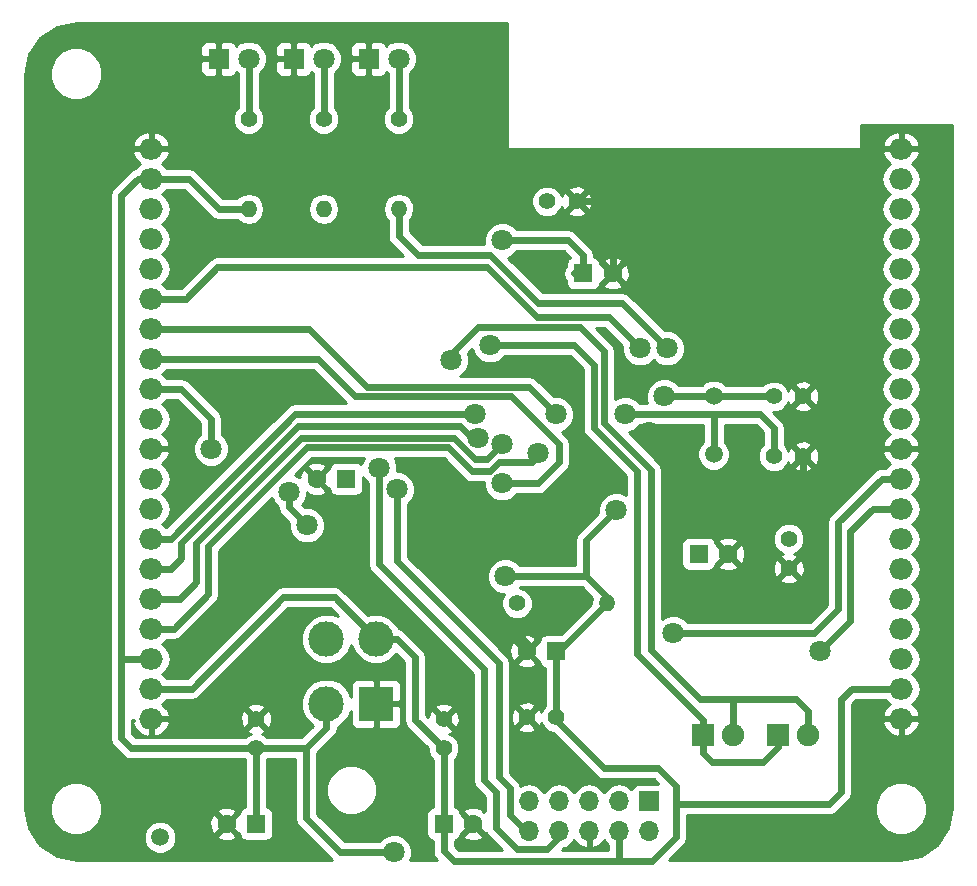
<source format=gbr>
G04 #@! TF.FileFunction,Copper,L2,Bot,Signal*
%FSLAX46Y46*%
G04 Gerber Fmt 4.6, Leading zero omitted, Abs format (unit mm)*
G04 Created by KiCad (PCBNEW 4.0.7) date Wed Apr 18 20:42:22 2018*
%MOMM*%
%LPD*%
G01*
G04 APERTURE LIST*
%ADD10C,0.100000*%
%ADD11R,1.800000X1.800000*%
%ADD12C,1.800000*%
%ADD13C,1.500000*%
%ADD14R,3.000000X3.000000*%
%ADD15C,3.000000*%
%ADD16R,1.700000X1.700000*%
%ADD17O,1.700000X1.700000*%
%ADD18R,1.905000X1.905000*%
%ADD19C,1.905000*%
%ADD20C,1.400000*%
%ADD21O,1.400000X1.400000*%
%ADD22R,1.600000X1.600000*%
%ADD23C,1.600000*%
%ADD24O,2.000000X1.800000*%
%ADD25C,0.600000*%
%ADD26C,0.254000*%
G04 APERTURE END LIST*
D10*
D11*
X52705000Y-27305000D03*
D12*
X55245000Y-27305000D03*
D11*
X59055000Y-27305000D03*
D12*
X61595000Y-27305000D03*
D11*
X65405000Y-27305000D03*
D12*
X67945000Y-27305000D03*
D13*
X47752000Y-93218000D03*
D14*
X66040000Y-81915000D03*
D15*
X61840000Y-81915000D03*
X66040000Y-76415000D03*
X61840000Y-76415000D03*
D16*
X89154000Y-90170000D03*
D17*
X89154000Y-92710000D03*
X86614000Y-90170000D03*
X86614000Y-92710000D03*
X84074000Y-90170000D03*
X84074000Y-92710000D03*
X81534000Y-90170000D03*
X81534000Y-92710000D03*
X78994000Y-90170000D03*
X78994000Y-92710000D03*
D18*
X93726000Y-84582000D03*
D19*
X96266000Y-84582000D03*
D18*
X100076000Y-84582000D03*
D19*
X102616000Y-84582000D03*
D20*
X77978000Y-73406000D03*
D21*
X85598000Y-73406000D03*
D20*
X55245000Y-32385000D03*
D21*
X55245000Y-40005000D03*
D20*
X61595000Y-32385000D03*
D21*
X61595000Y-40005000D03*
D20*
X67945000Y-32385000D03*
D21*
X67945000Y-40005000D03*
D13*
X94615000Y-55880000D03*
X94615000Y-60780000D03*
D20*
X99695000Y-60960000D03*
X102195000Y-60960000D03*
X99695000Y-55880000D03*
X102195000Y-55880000D03*
X55880000Y-83185000D03*
X55880000Y-85685000D03*
D22*
X55880000Y-92075000D03*
D23*
X53380000Y-92075000D03*
D20*
X71755000Y-83185000D03*
X71755000Y-85685000D03*
D22*
X71755000Y-92075000D03*
D23*
X74255000Y-92075000D03*
D22*
X63500000Y-62865000D03*
D23*
X61000000Y-62865000D03*
D20*
X81280000Y-83058000D03*
X78780000Y-83058000D03*
D22*
X81280000Y-77470000D03*
D23*
X78780000Y-77470000D03*
D20*
X100965000Y-67945000D03*
X100965000Y-70445000D03*
D22*
X93345000Y-69215000D03*
D23*
X95845000Y-69215000D03*
D20*
X80518000Y-39370000D03*
X83018000Y-39370000D03*
D22*
X83566000Y-45466000D03*
D23*
X86066000Y-45466000D03*
D24*
X110490000Y-73025000D03*
X110490000Y-75565000D03*
X110490000Y-78105000D03*
X110490000Y-80645000D03*
X110490000Y-83185000D03*
X110490000Y-70485000D03*
X110490000Y-67945000D03*
X110490000Y-65405000D03*
X110490000Y-62865000D03*
X110490000Y-60325000D03*
X110490000Y-34925000D03*
X110490000Y-37465000D03*
X110490000Y-40005000D03*
X110490000Y-42545000D03*
X110490000Y-45085000D03*
X110490000Y-57785000D03*
X110490000Y-55245000D03*
X110490000Y-52705000D03*
X110490000Y-50165000D03*
X110490000Y-47625000D03*
X46990000Y-47625000D03*
X46990000Y-50165000D03*
X46990000Y-52705000D03*
X46990000Y-55245000D03*
X46990000Y-57785000D03*
X46990000Y-45085000D03*
X46990000Y-42545000D03*
X46990000Y-40005000D03*
X46990000Y-37465000D03*
X46990000Y-34925000D03*
X46990000Y-60325000D03*
X46990000Y-62865000D03*
X46990000Y-65405000D03*
X46990000Y-67945000D03*
X46990000Y-70485000D03*
X46990000Y-83185000D03*
X46990000Y-80645000D03*
X46990000Y-78105000D03*
X46990000Y-75565000D03*
X46990000Y-73025000D03*
D12*
X87122000Y-57404000D03*
X89154000Y-58928000D03*
X75692000Y-73660000D03*
X90424000Y-55880000D03*
X67564000Y-94488000D03*
X76708000Y-42672000D03*
X86360000Y-65532000D03*
X76962000Y-71120000D03*
X66294000Y-61976000D03*
X67818000Y-63754000D03*
X75692000Y-51562000D03*
X72390000Y-52832000D03*
X90678000Y-51816000D03*
X74676000Y-59436000D03*
X103632000Y-77470000D03*
X74422000Y-57404000D03*
X91186000Y-75946000D03*
X58674000Y-64008000D03*
X60198000Y-66802000D03*
X79756000Y-60706000D03*
X76708000Y-59944000D03*
X76708000Y-63246000D03*
X81280000Y-57404000D03*
X88392000Y-51816000D03*
X52070000Y-60325000D03*
D25*
X94615000Y-60780000D02*
X94615000Y-57404000D01*
X94742000Y-57531000D02*
X94742000Y-57404000D01*
X94615000Y-57404000D02*
X94742000Y-57531000D01*
X94742000Y-57404000D02*
X98552000Y-57404000D01*
X98552000Y-57404000D02*
X99695000Y-58547000D01*
X99695000Y-58547000D02*
X99695000Y-60960000D01*
X87122000Y-57404000D02*
X94742000Y-57404000D01*
X99515000Y-60780000D02*
X99695000Y-60960000D01*
X102195000Y-60960000D02*
X102195000Y-62397000D01*
X101854000Y-62738000D02*
X92964000Y-62738000D01*
X102195000Y-62397000D02*
X101854000Y-62738000D01*
X83018000Y-39370000D02*
X84582000Y-39370000D01*
X86066000Y-40854000D02*
X86066000Y-45466000D01*
X84582000Y-39370000D02*
X86066000Y-40854000D01*
X89154000Y-58928000D02*
X92964000Y-62738000D01*
X78780000Y-76748000D02*
X78780000Y-77470000D01*
X75692000Y-73660000D02*
X78780000Y-76748000D01*
X90424000Y-55880000D02*
X94615000Y-55880000D01*
X94615000Y-55880000D02*
X99695000Y-55880000D01*
X46990000Y-78105000D02*
X44450000Y-78105000D01*
X44450000Y-78105000D02*
X44450000Y-77978000D01*
X44450000Y-84836000D02*
X44450000Y-77978000D01*
X44450000Y-77978000D02*
X44450000Y-38862000D01*
X44450000Y-38862000D02*
X45847000Y-37465000D01*
X45847000Y-37465000D02*
X46990000Y-37465000D01*
X60111000Y-91607000D02*
X62992000Y-94488000D01*
X62992000Y-94488000D02*
X67564000Y-94488000D01*
X60111000Y-85685000D02*
X60111000Y-91607000D01*
X45299000Y-85685000D02*
X55880000Y-85685000D01*
X44450000Y-84836000D02*
X45299000Y-85685000D01*
X55880000Y-85685000D02*
X55880000Y-92075000D01*
X55880000Y-85685000D02*
X60111000Y-85685000D01*
X61840000Y-83956000D02*
X61840000Y-81915000D01*
X60111000Y-85685000D02*
X61840000Y-83956000D01*
X55245000Y-40005000D02*
X52705000Y-40005000D01*
X52705000Y-40005000D02*
X50165000Y-37465000D01*
X50165000Y-37465000D02*
X46990000Y-37465000D01*
X76708000Y-42672000D02*
X82296000Y-42672000D01*
X82296000Y-42672000D02*
X83566000Y-43942000D01*
X83566000Y-43942000D02*
X83566000Y-45466000D01*
X105410000Y-89408000D02*
X105410000Y-81534000D01*
X104394000Y-90424000D02*
X105410000Y-89408000D01*
X106299000Y-80645000D02*
X110490000Y-80645000D01*
X105410000Y-81534000D02*
X106299000Y-80645000D01*
X91440000Y-90424000D02*
X104394000Y-90424000D01*
X83820000Y-68072000D02*
X83820000Y-71120000D01*
X86360000Y-65532000D02*
X83820000Y-68072000D01*
X86614000Y-92710000D02*
X86614000Y-95250000D01*
X81280000Y-83058000D02*
X81280000Y-83312000D01*
X81280000Y-83312000D02*
X85344000Y-87376000D01*
X85344000Y-87376000D02*
X89916000Y-87376000D01*
X89916000Y-87376000D02*
X91440000Y-88900000D01*
X91440000Y-88900000D02*
X91440000Y-90424000D01*
X91440000Y-90424000D02*
X91440000Y-93218000D01*
X91440000Y-93218000D02*
X89408000Y-95250000D01*
X89408000Y-95250000D02*
X86614000Y-95250000D01*
X86614000Y-95250000D02*
X72644000Y-95250000D01*
X71755000Y-92075000D02*
X71755000Y-94361000D01*
X71755000Y-94361000D02*
X72644000Y-95250000D01*
X81280000Y-77470000D02*
X81534000Y-77470000D01*
X81534000Y-77470000D02*
X85598000Y-73406000D01*
X76962000Y-71120000D02*
X83820000Y-71120000D01*
X83820000Y-71120000D02*
X85598000Y-72898000D01*
X85598000Y-72898000D02*
X85598000Y-73406000D01*
X82804000Y-45466000D02*
X83566000Y-45466000D01*
X46990000Y-80645000D02*
X50419000Y-80645000D01*
X62523000Y-72898000D02*
X66040000Y-76415000D01*
X58166000Y-72898000D02*
X62523000Y-72898000D01*
X50419000Y-80645000D02*
X58166000Y-72898000D01*
X81280000Y-83058000D02*
X81280000Y-77470000D01*
X71755000Y-85685000D02*
X71755000Y-92075000D01*
X66040000Y-76415000D02*
X67779000Y-76415000D01*
X69342000Y-83272000D02*
X71755000Y-85685000D01*
X69342000Y-77978000D02*
X69342000Y-83272000D01*
X67779000Y-76415000D02*
X69342000Y-77978000D01*
X55245000Y-32385000D02*
X55245000Y-27305000D01*
X61595000Y-32385000D02*
X61595000Y-27305000D01*
X67945000Y-32385000D02*
X67945000Y-27305000D01*
X80518000Y-94234000D02*
X81534000Y-93218000D01*
X81534000Y-93218000D02*
X81534000Y-92710000D01*
X77978000Y-94234000D02*
X80518000Y-94234000D01*
X75184000Y-88392000D02*
X75184000Y-78994000D01*
X75184000Y-78994000D02*
X66294000Y-70104000D01*
X75184000Y-88392000D02*
X76200000Y-89408000D01*
X66294000Y-61976000D02*
X66294000Y-70104000D01*
X76200000Y-92456000D02*
X76200000Y-89408000D01*
X76200000Y-92456000D02*
X77978000Y-94234000D01*
X78740000Y-92710000D02*
X77343000Y-91313000D01*
X78994000Y-92710000D02*
X78740000Y-92710000D01*
X67818000Y-69850000D02*
X76454000Y-78486000D01*
X76454000Y-88138000D02*
X77343000Y-89027000D01*
X76454000Y-78486000D02*
X76454000Y-88138000D01*
X77343000Y-91313000D02*
X77343000Y-89027000D01*
X67818000Y-63754000D02*
X67818000Y-69850000D01*
X84455000Y-58547000D02*
X84455000Y-53213000D01*
X82804000Y-51562000D02*
X75692000Y-51562000D01*
X84455000Y-53213000D02*
X82804000Y-51562000D01*
X88138000Y-77724000D02*
X88138000Y-62230000D01*
X88138000Y-62230000D02*
X84455000Y-58547000D01*
X100076000Y-84582000D02*
X100076000Y-85598000D01*
X100076000Y-85598000D02*
X98806000Y-86868000D01*
X93726000Y-84582000D02*
X93726000Y-86106000D01*
X93726000Y-86106000D02*
X94488000Y-86868000D01*
X94488000Y-86868000D02*
X98806000Y-86868000D01*
X93726000Y-83312000D02*
X93726000Y-84582000D01*
X88138000Y-77724000D02*
X93726000Y-83312000D01*
X74676000Y-50038000D02*
X83312000Y-50038000D01*
X83312000Y-50038000D02*
X85344000Y-52070000D01*
X85344000Y-58166000D02*
X85344000Y-52070000D01*
X89281000Y-77343000D02*
X89281000Y-62103000D01*
X85344000Y-58166000D02*
X89281000Y-62103000D01*
X96266000Y-84582000D02*
X96266000Y-81534000D01*
X93472000Y-81534000D02*
X96266000Y-81534000D01*
X96266000Y-81534000D02*
X101600000Y-81534000D01*
X101600000Y-81534000D02*
X102616000Y-82550000D01*
X102616000Y-82550000D02*
X102616000Y-84582000D01*
X89281000Y-77343000D02*
X93472000Y-81534000D01*
X72390000Y-52832000D02*
X72390000Y-52324000D01*
X72390000Y-52324000D02*
X74676000Y-50038000D01*
X75692000Y-43942000D02*
X69596000Y-43942000D01*
X67945000Y-42291000D02*
X67945000Y-40005000D01*
X69596000Y-43942000D02*
X67945000Y-42291000D01*
X86868000Y-48006000D02*
X79756000Y-48006000D01*
X90678000Y-51816000D02*
X86868000Y-48006000D01*
X79756000Y-48006000D02*
X75692000Y-43942000D01*
X74676000Y-59436000D02*
X74168000Y-59436000D01*
X74168000Y-59436000D02*
X73152000Y-58420000D01*
X59436000Y-58420000D02*
X49530000Y-68326000D01*
X73152000Y-58420000D02*
X59436000Y-58420000D01*
X49530000Y-68326000D02*
X49530000Y-69596000D01*
X49530000Y-69596000D02*
X48641000Y-70485000D01*
X46990000Y-70485000D02*
X48641000Y-70485000D01*
X103632000Y-77470000D02*
X106172000Y-74930000D01*
X106172000Y-67310000D02*
X108077000Y-65405000D01*
X106172000Y-74930000D02*
X106172000Y-67310000D01*
X110490000Y-65405000D02*
X108077000Y-65405000D01*
X48641000Y-67945000D02*
X59182000Y-57404000D01*
X59182000Y-57404000D02*
X74422000Y-57404000D01*
X48641000Y-67945000D02*
X46990000Y-67945000D01*
X91186000Y-75946000D02*
X103124000Y-75946000D01*
X105156000Y-73914000D02*
X105156000Y-66548000D01*
X103124000Y-75946000D02*
X105156000Y-73914000D01*
X105156000Y-66548000D02*
X108839000Y-62865000D01*
X108839000Y-62865000D02*
X110490000Y-62865000D01*
X58674000Y-65278000D02*
X58674000Y-64008000D01*
X60198000Y-66802000D02*
X58674000Y-65278000D01*
X79248000Y-61468000D02*
X79756000Y-60706000D01*
X74168000Y-62230000D02*
X75692000Y-62230000D01*
X75692000Y-62230000D02*
X76454000Y-61468000D01*
X74168000Y-62230000D02*
X72136000Y-60198000D01*
X72136000Y-60198000D02*
X60198000Y-60198000D01*
X60198000Y-60198000D02*
X51816000Y-68580000D01*
X46990000Y-75565000D02*
X48895000Y-75565000D01*
X51816000Y-72644000D02*
X48895000Y-75565000D01*
X51816000Y-68580000D02*
X51816000Y-72644000D01*
X76454000Y-61468000D02*
X79248000Y-61468000D01*
X59690000Y-59436000D02*
X72644000Y-59436000D01*
X72644000Y-59436000D02*
X74422000Y-61214000D01*
X74422000Y-61214000D02*
X75438000Y-61214000D01*
X75438000Y-61214000D02*
X76708000Y-59944000D01*
X74422000Y-61214000D02*
X75438000Y-61214000D01*
X75438000Y-61214000D02*
X76708000Y-59944000D01*
X72644000Y-59436000D02*
X74422000Y-61214000D01*
X59690000Y-59436000D02*
X50800000Y-68326000D01*
X50800000Y-68326000D02*
X50800000Y-71628000D01*
X50800000Y-71628000D02*
X49403000Y-73025000D01*
X49403000Y-73025000D02*
X46990000Y-73025000D01*
X79756000Y-63246000D02*
X81534000Y-61468000D01*
X81534000Y-61468000D02*
X81534000Y-59944000D01*
X79756000Y-63246000D02*
X76708000Y-63246000D01*
X64262000Y-55880000D02*
X61087000Y-52705000D01*
X46990000Y-52705000D02*
X61087000Y-52705000D01*
X77470000Y-55880000D02*
X64262000Y-55880000D01*
X81534000Y-59944000D02*
X77470000Y-55880000D01*
X65278000Y-55118000D02*
X60325000Y-50165000D01*
X60325000Y-50165000D02*
X46990000Y-50165000D01*
X78994000Y-55118000D02*
X81280000Y-57404000D01*
X65278000Y-55118000D02*
X78994000Y-55118000D01*
X88392000Y-51816000D02*
X85725000Y-49149000D01*
X85725000Y-49149000D02*
X79629000Y-49149000D01*
X79629000Y-49149000D02*
X75438000Y-44958000D01*
X52578000Y-44958000D02*
X49911000Y-47625000D01*
X75438000Y-44958000D02*
X52578000Y-44958000D01*
X49911000Y-47625000D02*
X46990000Y-47625000D01*
X49530000Y-55245000D02*
X52070000Y-57785000D01*
X52070000Y-60325000D02*
X52070000Y-57785000D01*
X49530000Y-55245000D02*
X46990000Y-55245000D01*
D26*
G36*
X77089000Y-34798000D02*
X77099006Y-34847410D01*
X77127447Y-34889035D01*
X77169841Y-34916315D01*
X77216000Y-34925000D01*
X106934000Y-34925000D01*
X106983410Y-34914994D01*
X107025035Y-34886553D01*
X107052315Y-34844159D01*
X107061000Y-34798000D01*
X107061000Y-34560260D01*
X108898964Y-34560260D01*
X109019622Y-34798000D01*
X110363000Y-34798000D01*
X110363000Y-33549865D01*
X110617000Y-33549865D01*
X110617000Y-34798000D01*
X111960378Y-34798000D01*
X112081036Y-34560260D01*
X111846809Y-34045248D01*
X111414474Y-33631255D01*
X110856620Y-33414223D01*
X110617000Y-33549865D01*
X110363000Y-33549865D01*
X110123380Y-33414223D01*
X109565526Y-33631255D01*
X109133191Y-34045248D01*
X108898964Y-34560260D01*
X107061000Y-34560260D01*
X107061000Y-32893000D01*
X114835000Y-32893000D01*
X114835000Y-90732609D01*
X114490953Y-92462249D01*
X113552197Y-93867196D01*
X112147249Y-94805953D01*
X110417610Y-95150000D01*
X90830290Y-95150000D01*
X92101145Y-93879145D01*
X92303827Y-93575809D01*
X92375000Y-93218000D01*
X92375000Y-91359000D01*
X104394000Y-91359000D01*
X104751809Y-91287827D01*
X104811984Y-91247619D01*
X108254613Y-91247619D01*
X108594155Y-92069372D01*
X109222321Y-92698636D01*
X110043481Y-93039611D01*
X110932619Y-93040387D01*
X111754372Y-92700845D01*
X112383636Y-92072679D01*
X112724611Y-91251519D01*
X112725387Y-90362381D01*
X112385845Y-89540628D01*
X111757679Y-88911364D01*
X110936519Y-88570389D01*
X110047381Y-88569613D01*
X109225628Y-88909155D01*
X108596364Y-89537321D01*
X108255389Y-90358481D01*
X108254613Y-91247619D01*
X104811984Y-91247619D01*
X105055145Y-91085145D01*
X106071145Y-90069145D01*
X106273827Y-89765809D01*
X106345000Y-89408000D01*
X106345000Y-83549740D01*
X108898964Y-83549740D01*
X109133191Y-84064752D01*
X109565526Y-84478745D01*
X110123380Y-84695777D01*
X110363000Y-84560135D01*
X110363000Y-83312000D01*
X110617000Y-83312000D01*
X110617000Y-84560135D01*
X110856620Y-84695777D01*
X111414474Y-84478745D01*
X111846809Y-84064752D01*
X112081036Y-83549740D01*
X111960378Y-83312000D01*
X110617000Y-83312000D01*
X110363000Y-83312000D01*
X109019622Y-83312000D01*
X108898964Y-83549740D01*
X106345000Y-83549740D01*
X106345000Y-81921290D01*
X106686290Y-81580000D01*
X109172059Y-81580000D01*
X109272559Y-81730409D01*
X109544054Y-81911816D01*
X109133191Y-82305248D01*
X108898964Y-82820260D01*
X109019622Y-83058000D01*
X110363000Y-83058000D01*
X110363000Y-83038000D01*
X110617000Y-83038000D01*
X110617000Y-83058000D01*
X111960378Y-83058000D01*
X112081036Y-82820260D01*
X111846809Y-82305248D01*
X111435946Y-81911816D01*
X111707441Y-81730409D01*
X112040187Y-81232419D01*
X112157032Y-80645000D01*
X112040187Y-80057581D01*
X111707441Y-79559591D01*
X111431181Y-79375000D01*
X111707441Y-79190409D01*
X112040187Y-78692419D01*
X112157032Y-78105000D01*
X112040187Y-77517581D01*
X111707441Y-77019591D01*
X111431181Y-76835000D01*
X111707441Y-76650409D01*
X112040187Y-76152419D01*
X112157032Y-75565000D01*
X112040187Y-74977581D01*
X111707441Y-74479591D01*
X111431181Y-74295000D01*
X111707441Y-74110409D01*
X112040187Y-73612419D01*
X112157032Y-73025000D01*
X112040187Y-72437581D01*
X111707441Y-71939591D01*
X111431181Y-71755000D01*
X111707441Y-71570409D01*
X112040187Y-71072419D01*
X112157032Y-70485000D01*
X112040187Y-69897581D01*
X111707441Y-69399591D01*
X111431181Y-69215000D01*
X111707441Y-69030409D01*
X112040187Y-68532419D01*
X112157032Y-67945000D01*
X112040187Y-67357581D01*
X111707441Y-66859591D01*
X111431181Y-66675000D01*
X111707441Y-66490409D01*
X112040187Y-65992419D01*
X112157032Y-65405000D01*
X112040187Y-64817581D01*
X111707441Y-64319591D01*
X111431181Y-64135000D01*
X111707441Y-63950409D01*
X112040187Y-63452419D01*
X112157032Y-62865000D01*
X112040187Y-62277581D01*
X111707441Y-61779591D01*
X111435946Y-61598184D01*
X111846809Y-61204752D01*
X112081036Y-60689740D01*
X111960378Y-60452000D01*
X110617000Y-60452000D01*
X110617000Y-60472000D01*
X110363000Y-60472000D01*
X110363000Y-60452000D01*
X109019622Y-60452000D01*
X108898964Y-60689740D01*
X109133191Y-61204752D01*
X109544054Y-61598184D01*
X109272559Y-61779591D01*
X109172059Y-61930000D01*
X108839005Y-61930000D01*
X108839000Y-61929999D01*
X108554228Y-61986645D01*
X108481191Y-62001173D01*
X108235647Y-62165240D01*
X108177855Y-62203855D01*
X104494855Y-65886855D01*
X104292173Y-66190191D01*
X104221000Y-66548000D01*
X104221000Y-73526710D01*
X102736710Y-75011000D01*
X92421555Y-75011000D01*
X92056643Y-74645449D01*
X91492670Y-74411267D01*
X90882009Y-74410735D01*
X90317629Y-74643932D01*
X90216000Y-74745383D01*
X90216000Y-71380275D01*
X100209331Y-71380275D01*
X100271169Y-71616042D01*
X100772122Y-71792419D01*
X101302440Y-71763664D01*
X101658831Y-71616042D01*
X101720669Y-71380275D01*
X100965000Y-70624605D01*
X100209331Y-71380275D01*
X90216000Y-71380275D01*
X90216000Y-68415000D01*
X91897560Y-68415000D01*
X91897560Y-70015000D01*
X91941838Y-70250317D01*
X92080910Y-70466441D01*
X92293110Y-70611431D01*
X92545000Y-70662440D01*
X94145000Y-70662440D01*
X94380317Y-70618162D01*
X94596441Y-70479090D01*
X94741431Y-70266890D01*
X94750370Y-70222745D01*
X95016861Y-70222745D01*
X95090995Y-70468864D01*
X95628223Y-70661965D01*
X96198454Y-70634778D01*
X96599005Y-70468864D01*
X96664290Y-70252122D01*
X99617581Y-70252122D01*
X99646336Y-70782440D01*
X99793958Y-71138831D01*
X100029725Y-71200669D01*
X100785395Y-70445000D01*
X101144605Y-70445000D01*
X101900275Y-71200669D01*
X102136042Y-71138831D01*
X102312419Y-70637878D01*
X102283664Y-70107560D01*
X102136042Y-69751169D01*
X101900275Y-69689331D01*
X101144605Y-70445000D01*
X100785395Y-70445000D01*
X100029725Y-69689331D01*
X99793958Y-69751169D01*
X99617581Y-70252122D01*
X96664290Y-70252122D01*
X96673139Y-70222745D01*
X95845000Y-69394605D01*
X95016861Y-70222745D01*
X94750370Y-70222745D01*
X94789646Y-70028799D01*
X94837255Y-70043139D01*
X95665395Y-69215000D01*
X96024605Y-69215000D01*
X96852745Y-70043139D01*
X97098864Y-69969005D01*
X97291965Y-69431777D01*
X97264778Y-68861546D01*
X97098864Y-68460995D01*
X96852745Y-68386861D01*
X96024605Y-69215000D01*
X95665395Y-69215000D01*
X94837255Y-68386861D01*
X94789833Y-68401145D01*
X94753351Y-68207255D01*
X95016861Y-68207255D01*
X95845000Y-69035395D01*
X96671011Y-68209383D01*
X99629769Y-68209383D01*
X99832582Y-68700229D01*
X100207796Y-69076098D01*
X100477987Y-69188291D01*
X100271169Y-69273958D01*
X100209331Y-69509725D01*
X100965000Y-70265395D01*
X101720669Y-69509725D01*
X101658831Y-69273958D01*
X101435158Y-69195207D01*
X101720229Y-69077418D01*
X102096098Y-68702204D01*
X102299768Y-68211713D01*
X102300231Y-67680617D01*
X102097418Y-67189771D01*
X101722204Y-66813902D01*
X101231713Y-66610232D01*
X100700617Y-66609769D01*
X100209771Y-66812582D01*
X99833902Y-67187796D01*
X99630232Y-67678287D01*
X99629769Y-68209383D01*
X96671011Y-68209383D01*
X96673139Y-68207255D01*
X96599005Y-67961136D01*
X96061777Y-67768035D01*
X95491546Y-67795222D01*
X95090995Y-67961136D01*
X95016861Y-68207255D01*
X94753351Y-68207255D01*
X94748162Y-68179683D01*
X94609090Y-67963559D01*
X94396890Y-67818569D01*
X94145000Y-67767560D01*
X92545000Y-67767560D01*
X92309683Y-67811838D01*
X92093559Y-67950910D01*
X91948569Y-68163110D01*
X91897560Y-68415000D01*
X90216000Y-68415000D01*
X90216000Y-62103000D01*
X90144827Y-61745191D01*
X89942145Y-61441855D01*
X87435589Y-58935299D01*
X87990371Y-58706068D01*
X88358081Y-58339000D01*
X93680000Y-58339000D01*
X93680000Y-59756390D01*
X93441539Y-59994436D01*
X93230241Y-60503298D01*
X93229760Y-61054285D01*
X93440169Y-61563515D01*
X93829436Y-61953461D01*
X94338298Y-62164759D01*
X94889285Y-62165240D01*
X95398515Y-61954831D01*
X95788461Y-61565564D01*
X95999759Y-61056702D01*
X96000240Y-60505715D01*
X95789831Y-59996485D01*
X95550000Y-59756236D01*
X95550000Y-58339000D01*
X98164710Y-58339000D01*
X98760000Y-58934290D01*
X98760000Y-60007040D01*
X98563902Y-60202796D01*
X98360232Y-60693287D01*
X98359769Y-61224383D01*
X98562582Y-61715229D01*
X98937796Y-62091098D01*
X99428287Y-62294768D01*
X99959383Y-62295231D01*
X100450229Y-62092418D01*
X100647716Y-61895275D01*
X101439331Y-61895275D01*
X101501169Y-62131042D01*
X102002122Y-62307419D01*
X102532440Y-62278664D01*
X102888831Y-62131042D01*
X102950669Y-61895275D01*
X102195000Y-61139605D01*
X101439331Y-61895275D01*
X100647716Y-61895275D01*
X100826098Y-61717204D01*
X100938291Y-61447013D01*
X101023958Y-61653831D01*
X101259725Y-61715669D01*
X102015395Y-60960000D01*
X102374605Y-60960000D01*
X103130275Y-61715669D01*
X103366042Y-61653831D01*
X103542419Y-61152878D01*
X103513664Y-60622560D01*
X103366042Y-60266169D01*
X103130275Y-60204331D01*
X102374605Y-60960000D01*
X102015395Y-60960000D01*
X101259725Y-60204331D01*
X101023958Y-60266169D01*
X100945207Y-60489842D01*
X100827418Y-60204771D01*
X100647687Y-60024725D01*
X101439331Y-60024725D01*
X102195000Y-60780395D01*
X102950669Y-60024725D01*
X102888831Y-59788958D01*
X102387878Y-59612581D01*
X101857560Y-59641336D01*
X101501169Y-59788958D01*
X101439331Y-60024725D01*
X100647687Y-60024725D01*
X100630000Y-60007008D01*
X100630000Y-58547000D01*
X100558827Y-58189191D01*
X100356145Y-57885855D01*
X99685282Y-57214992D01*
X99959383Y-57215231D01*
X100450229Y-57012418D01*
X100647716Y-56815275D01*
X101439331Y-56815275D01*
X101501169Y-57051042D01*
X102002122Y-57227419D01*
X102532440Y-57198664D01*
X102888831Y-57051042D01*
X102950669Y-56815275D01*
X102195000Y-56059605D01*
X101439331Y-56815275D01*
X100647716Y-56815275D01*
X100826098Y-56637204D01*
X100938291Y-56367013D01*
X101023958Y-56573831D01*
X101259725Y-56635669D01*
X102015395Y-55880000D01*
X102374605Y-55880000D01*
X103130275Y-56635669D01*
X103366042Y-56573831D01*
X103542419Y-56072878D01*
X103513664Y-55542560D01*
X103366042Y-55186169D01*
X103130275Y-55124331D01*
X102374605Y-55880000D01*
X102015395Y-55880000D01*
X101259725Y-55124331D01*
X101023958Y-55186169D01*
X100945207Y-55409842D01*
X100827418Y-55124771D01*
X100647686Y-54944725D01*
X101439331Y-54944725D01*
X102195000Y-55700395D01*
X102950669Y-54944725D01*
X102888831Y-54708958D01*
X102387878Y-54532581D01*
X101857560Y-54561336D01*
X101501169Y-54708958D01*
X101439331Y-54944725D01*
X100647686Y-54944725D01*
X100452204Y-54748902D01*
X99961713Y-54545232D01*
X99430617Y-54544769D01*
X98939771Y-54747582D01*
X98742008Y-54945000D01*
X95638610Y-54945000D01*
X95400564Y-54706539D01*
X94891702Y-54495241D01*
X94340715Y-54494760D01*
X93831485Y-54705169D01*
X93591236Y-54945000D01*
X91659555Y-54945000D01*
X91294643Y-54579449D01*
X90730670Y-54345267D01*
X90120009Y-54344735D01*
X89555629Y-54577932D01*
X89123449Y-55009357D01*
X88889267Y-55573330D01*
X88888735Y-56183991D01*
X89006498Y-56469000D01*
X88357555Y-56469000D01*
X87992643Y-56103449D01*
X87428670Y-55869267D01*
X86818009Y-55868735D01*
X86279000Y-56091449D01*
X86279000Y-52070000D01*
X86207827Y-51712191D01*
X86005145Y-51408855D01*
X84680290Y-50084000D01*
X85337710Y-50084000D01*
X86857185Y-51603475D01*
X86856735Y-52119991D01*
X87089932Y-52684371D01*
X87521357Y-53116551D01*
X88085330Y-53350733D01*
X88695991Y-53351265D01*
X89260371Y-53118068D01*
X89535101Y-52843818D01*
X89807357Y-53116551D01*
X90371330Y-53350733D01*
X90981991Y-53351265D01*
X91546371Y-53118068D01*
X91978551Y-52686643D01*
X92212733Y-52122670D01*
X92213265Y-51512009D01*
X91980068Y-50947629D01*
X91548643Y-50515449D01*
X90984670Y-50281267D01*
X90465104Y-50280814D01*
X87529145Y-47344855D01*
X87225809Y-47142173D01*
X86868000Y-47071000D01*
X80143290Y-47071000D01*
X77201324Y-44129034D01*
X77576371Y-43974068D01*
X77944081Y-43607000D01*
X81908710Y-43607000D01*
X82429596Y-44127886D01*
X82314559Y-44201910D01*
X82169569Y-44414110D01*
X82118560Y-44666000D01*
X82118560Y-44841215D01*
X81940173Y-45108191D01*
X81869000Y-45466000D01*
X81940173Y-45823809D01*
X82118560Y-46090785D01*
X82118560Y-46266000D01*
X82162838Y-46501317D01*
X82301910Y-46717441D01*
X82514110Y-46862431D01*
X82766000Y-46913440D01*
X84366000Y-46913440D01*
X84601317Y-46869162D01*
X84817441Y-46730090D01*
X84962431Y-46517890D01*
X84971370Y-46473745D01*
X85237861Y-46473745D01*
X85311995Y-46719864D01*
X85849223Y-46912965D01*
X86419454Y-46885778D01*
X86820005Y-46719864D01*
X86894139Y-46473745D01*
X86066000Y-45645605D01*
X85237861Y-46473745D01*
X84971370Y-46473745D01*
X85010646Y-46279799D01*
X85058255Y-46294139D01*
X85886395Y-45466000D01*
X86245605Y-45466000D01*
X87073745Y-46294139D01*
X87319864Y-46220005D01*
X87512965Y-45682777D01*
X87485778Y-45112546D01*
X87319864Y-44711995D01*
X87073745Y-44637861D01*
X86245605Y-45466000D01*
X85886395Y-45466000D01*
X85058255Y-44637861D01*
X85010833Y-44652145D01*
X84974351Y-44458255D01*
X85237861Y-44458255D01*
X86066000Y-45286395D01*
X86894139Y-44458255D01*
X86820005Y-44212136D01*
X86282777Y-44019035D01*
X85712546Y-44046222D01*
X85311995Y-44212136D01*
X85237861Y-44458255D01*
X84974351Y-44458255D01*
X84969162Y-44430683D01*
X84830090Y-44214559D01*
X84617890Y-44069569D01*
X84501000Y-44045898D01*
X84501000Y-43942000D01*
X84429827Y-43584191D01*
X84227145Y-43280855D01*
X82957145Y-42010855D01*
X82653809Y-41808173D01*
X82296000Y-41737000D01*
X77943555Y-41737000D01*
X77578643Y-41371449D01*
X77014670Y-41137267D01*
X76404009Y-41136735D01*
X75839629Y-41369932D01*
X75407449Y-41801357D01*
X75173267Y-42365330D01*
X75172735Y-42975991D01*
X75185548Y-43007000D01*
X69983290Y-43007000D01*
X68880000Y-41903710D01*
X68880000Y-40981148D01*
X68888988Y-40975142D01*
X69178379Y-40542036D01*
X69280000Y-40031154D01*
X69280000Y-39978846D01*
X69211482Y-39634383D01*
X79182769Y-39634383D01*
X79385582Y-40125229D01*
X79760796Y-40501098D01*
X80251287Y-40704768D01*
X80782383Y-40705231D01*
X81273229Y-40502418D01*
X81470716Y-40305275D01*
X82262331Y-40305275D01*
X82324169Y-40541042D01*
X82825122Y-40717419D01*
X83355440Y-40688664D01*
X83711831Y-40541042D01*
X83773669Y-40305275D01*
X83018000Y-39549605D01*
X82262331Y-40305275D01*
X81470716Y-40305275D01*
X81649098Y-40127204D01*
X81761291Y-39857013D01*
X81846958Y-40063831D01*
X82082725Y-40125669D01*
X82838395Y-39370000D01*
X83197605Y-39370000D01*
X83953275Y-40125669D01*
X84189042Y-40063831D01*
X84365419Y-39562878D01*
X84336664Y-39032560D01*
X84189042Y-38676169D01*
X83953275Y-38614331D01*
X83197605Y-39370000D01*
X82838395Y-39370000D01*
X82082725Y-38614331D01*
X81846958Y-38676169D01*
X81768207Y-38899842D01*
X81650418Y-38614771D01*
X81470686Y-38434725D01*
X82262331Y-38434725D01*
X83018000Y-39190395D01*
X83773669Y-38434725D01*
X83711831Y-38198958D01*
X83210878Y-38022581D01*
X82680560Y-38051336D01*
X82324169Y-38198958D01*
X82262331Y-38434725D01*
X81470686Y-38434725D01*
X81275204Y-38238902D01*
X80784713Y-38035232D01*
X80253617Y-38034769D01*
X79762771Y-38237582D01*
X79386902Y-38612796D01*
X79183232Y-39103287D01*
X79182769Y-39634383D01*
X69211482Y-39634383D01*
X69178379Y-39467964D01*
X68888988Y-39034858D01*
X68455882Y-38745467D01*
X67945000Y-38643846D01*
X67434118Y-38745467D01*
X67001012Y-39034858D01*
X66711621Y-39467964D01*
X66610000Y-39978846D01*
X66610000Y-40031154D01*
X66711621Y-40542036D01*
X67001012Y-40975142D01*
X67010000Y-40981148D01*
X67010000Y-42291000D01*
X67081173Y-42648809D01*
X67283855Y-42952145D01*
X68354710Y-44023000D01*
X52578005Y-44023000D01*
X52578000Y-44022999D01*
X52291443Y-44080000D01*
X52220191Y-44094173D01*
X52040020Y-44214559D01*
X51916855Y-44296855D01*
X49523710Y-46690000D01*
X48307941Y-46690000D01*
X48207441Y-46539591D01*
X47931181Y-46355000D01*
X48207441Y-46170409D01*
X48540187Y-45672419D01*
X48657032Y-45085000D01*
X48540187Y-44497581D01*
X48207441Y-43999591D01*
X47931181Y-43815000D01*
X48207441Y-43630409D01*
X48540187Y-43132419D01*
X48657032Y-42545000D01*
X48540187Y-41957581D01*
X48207441Y-41459591D01*
X47931181Y-41275000D01*
X48207441Y-41090409D01*
X48540187Y-40592419D01*
X48657032Y-40005000D01*
X48540187Y-39417581D01*
X48207441Y-38919591D01*
X47931181Y-38735000D01*
X48207441Y-38550409D01*
X48307941Y-38400000D01*
X49777710Y-38400000D01*
X52043855Y-40666145D01*
X52347191Y-40868827D01*
X52705000Y-40940000D01*
X54277531Y-40940000D01*
X54301012Y-40975142D01*
X54734118Y-41264533D01*
X55245000Y-41366154D01*
X55755882Y-41264533D01*
X56188988Y-40975142D01*
X56478379Y-40542036D01*
X56580000Y-40031154D01*
X56580000Y-39978846D01*
X60260000Y-39978846D01*
X60260000Y-40031154D01*
X60361621Y-40542036D01*
X60651012Y-40975142D01*
X61084118Y-41264533D01*
X61595000Y-41366154D01*
X62105882Y-41264533D01*
X62538988Y-40975142D01*
X62828379Y-40542036D01*
X62930000Y-40031154D01*
X62930000Y-39978846D01*
X62828379Y-39467964D01*
X62538988Y-39034858D01*
X62105882Y-38745467D01*
X61595000Y-38643846D01*
X61084118Y-38745467D01*
X60651012Y-39034858D01*
X60361621Y-39467964D01*
X60260000Y-39978846D01*
X56580000Y-39978846D01*
X56478379Y-39467964D01*
X56188988Y-39034858D01*
X55755882Y-38745467D01*
X55245000Y-38643846D01*
X54734118Y-38745467D01*
X54301012Y-39034858D01*
X54277531Y-39070000D01*
X53092290Y-39070000D01*
X51487290Y-37465000D01*
X108822968Y-37465000D01*
X108939813Y-38052419D01*
X109272559Y-38550409D01*
X109548819Y-38735000D01*
X109272559Y-38919591D01*
X108939813Y-39417581D01*
X108822968Y-40005000D01*
X108939813Y-40592419D01*
X109272559Y-41090409D01*
X109548819Y-41275000D01*
X109272559Y-41459591D01*
X108939813Y-41957581D01*
X108822968Y-42545000D01*
X108939813Y-43132419D01*
X109272559Y-43630409D01*
X109548819Y-43815000D01*
X109272559Y-43999591D01*
X108939813Y-44497581D01*
X108822968Y-45085000D01*
X108939813Y-45672419D01*
X109272559Y-46170409D01*
X109548819Y-46355000D01*
X109272559Y-46539591D01*
X108939813Y-47037581D01*
X108822968Y-47625000D01*
X108939813Y-48212419D01*
X109272559Y-48710409D01*
X109548819Y-48895000D01*
X109272559Y-49079591D01*
X108939813Y-49577581D01*
X108822968Y-50165000D01*
X108939813Y-50752419D01*
X109272559Y-51250409D01*
X109548819Y-51435000D01*
X109272559Y-51619591D01*
X108939813Y-52117581D01*
X108822968Y-52705000D01*
X108939813Y-53292419D01*
X109272559Y-53790409D01*
X109548819Y-53975000D01*
X109272559Y-54159591D01*
X108939813Y-54657581D01*
X108822968Y-55245000D01*
X108939813Y-55832419D01*
X109272559Y-56330409D01*
X109548819Y-56515000D01*
X109272559Y-56699591D01*
X108939813Y-57197581D01*
X108822968Y-57785000D01*
X108939813Y-58372419D01*
X109272559Y-58870409D01*
X109544054Y-59051816D01*
X109133191Y-59445248D01*
X108898964Y-59960260D01*
X109019622Y-60198000D01*
X110363000Y-60198000D01*
X110363000Y-60178000D01*
X110617000Y-60178000D01*
X110617000Y-60198000D01*
X111960378Y-60198000D01*
X112081036Y-59960260D01*
X111846809Y-59445248D01*
X111435946Y-59051816D01*
X111707441Y-58870409D01*
X112040187Y-58372419D01*
X112157032Y-57785000D01*
X112040187Y-57197581D01*
X111707441Y-56699591D01*
X111431181Y-56515000D01*
X111707441Y-56330409D01*
X112040187Y-55832419D01*
X112157032Y-55245000D01*
X112040187Y-54657581D01*
X111707441Y-54159591D01*
X111431181Y-53975000D01*
X111707441Y-53790409D01*
X112040187Y-53292419D01*
X112157032Y-52705000D01*
X112040187Y-52117581D01*
X111707441Y-51619591D01*
X111431181Y-51435000D01*
X111707441Y-51250409D01*
X112040187Y-50752419D01*
X112157032Y-50165000D01*
X112040187Y-49577581D01*
X111707441Y-49079591D01*
X111431181Y-48895000D01*
X111707441Y-48710409D01*
X112040187Y-48212419D01*
X112157032Y-47625000D01*
X112040187Y-47037581D01*
X111707441Y-46539591D01*
X111431181Y-46355000D01*
X111707441Y-46170409D01*
X112040187Y-45672419D01*
X112157032Y-45085000D01*
X112040187Y-44497581D01*
X111707441Y-43999591D01*
X111431181Y-43815000D01*
X111707441Y-43630409D01*
X112040187Y-43132419D01*
X112157032Y-42545000D01*
X112040187Y-41957581D01*
X111707441Y-41459591D01*
X111431181Y-41275000D01*
X111707441Y-41090409D01*
X112040187Y-40592419D01*
X112157032Y-40005000D01*
X112040187Y-39417581D01*
X111707441Y-38919591D01*
X111431181Y-38735000D01*
X111707441Y-38550409D01*
X112040187Y-38052419D01*
X112157032Y-37465000D01*
X112040187Y-36877581D01*
X111707441Y-36379591D01*
X111435946Y-36198184D01*
X111846809Y-35804752D01*
X112081036Y-35289740D01*
X111960378Y-35052000D01*
X110617000Y-35052000D01*
X110617000Y-35072000D01*
X110363000Y-35072000D01*
X110363000Y-35052000D01*
X109019622Y-35052000D01*
X108898964Y-35289740D01*
X109133191Y-35804752D01*
X109544054Y-36198184D01*
X109272559Y-36379591D01*
X108939813Y-36877581D01*
X108822968Y-37465000D01*
X51487290Y-37465000D01*
X50826145Y-36803855D01*
X50522809Y-36601173D01*
X50165000Y-36530000D01*
X48307941Y-36530000D01*
X48207441Y-36379591D01*
X47935946Y-36198184D01*
X48346809Y-35804752D01*
X48581036Y-35289740D01*
X48460378Y-35052000D01*
X47117000Y-35052000D01*
X47117000Y-35072000D01*
X46863000Y-35072000D01*
X46863000Y-35052000D01*
X45519622Y-35052000D01*
X45398964Y-35289740D01*
X45633191Y-35804752D01*
X46044054Y-36198184D01*
X45772559Y-36379591D01*
X45645244Y-36570132D01*
X45489191Y-36601173D01*
X45185855Y-36803855D01*
X43788855Y-38200855D01*
X43586173Y-38504191D01*
X43515000Y-38862000D01*
X43515000Y-84836000D01*
X43586173Y-85193809D01*
X43788855Y-85497145D01*
X44637855Y-86346145D01*
X44941191Y-86548827D01*
X45299000Y-86620000D01*
X54927040Y-86620000D01*
X54945000Y-86637992D01*
X54945000Y-90652962D01*
X54844683Y-90671838D01*
X54628559Y-90810910D01*
X54483569Y-91023110D01*
X54435354Y-91261201D01*
X54387745Y-91246861D01*
X53559605Y-92075000D01*
X54387745Y-92903139D01*
X54435167Y-92888855D01*
X54476838Y-93110317D01*
X54615910Y-93326441D01*
X54828110Y-93471431D01*
X55080000Y-93522440D01*
X56680000Y-93522440D01*
X56915317Y-93478162D01*
X57131441Y-93339090D01*
X57276431Y-93126890D01*
X57327440Y-92875000D01*
X57327440Y-91275000D01*
X57283162Y-91039683D01*
X57144090Y-90823559D01*
X56931890Y-90678569D01*
X56815000Y-90654898D01*
X56815000Y-86637960D01*
X56832992Y-86620000D01*
X59176000Y-86620000D01*
X59176000Y-91607000D01*
X59247173Y-91964809D01*
X59449855Y-92268145D01*
X62330855Y-95149145D01*
X62332135Y-95150000D01*
X40712391Y-95150000D01*
X38982751Y-94805953D01*
X37577804Y-93867197D01*
X37327296Y-93492285D01*
X46366760Y-93492285D01*
X46577169Y-94001515D01*
X46966436Y-94391461D01*
X47475298Y-94602759D01*
X48026285Y-94603240D01*
X48535515Y-94392831D01*
X48925461Y-94003564D01*
X49136759Y-93494702D01*
X49137118Y-93082745D01*
X52551861Y-93082745D01*
X52625995Y-93328864D01*
X53163223Y-93521965D01*
X53733454Y-93494778D01*
X54134005Y-93328864D01*
X54208139Y-93082745D01*
X53380000Y-92254605D01*
X52551861Y-93082745D01*
X49137118Y-93082745D01*
X49137240Y-92943715D01*
X48926831Y-92434485D01*
X48537564Y-92044539D01*
X48088866Y-91858223D01*
X51933035Y-91858223D01*
X51960222Y-92428454D01*
X52126136Y-92829005D01*
X52372255Y-92903139D01*
X53200395Y-92075000D01*
X52372255Y-91246861D01*
X52126136Y-91320995D01*
X51933035Y-91858223D01*
X48088866Y-91858223D01*
X48028702Y-91833241D01*
X47477715Y-91832760D01*
X46968485Y-92043169D01*
X46578539Y-92432436D01*
X46367241Y-92941298D01*
X46366760Y-93492285D01*
X37327296Y-93492285D01*
X36639047Y-92462249D01*
X36397442Y-91247619D01*
X38404613Y-91247619D01*
X38744155Y-92069372D01*
X39372321Y-92698636D01*
X40193481Y-93039611D01*
X41082619Y-93040387D01*
X41904372Y-92700845D01*
X42533636Y-92072679D01*
X42874611Y-91251519D01*
X42874771Y-91067255D01*
X52551861Y-91067255D01*
X53380000Y-91895395D01*
X54208139Y-91067255D01*
X54134005Y-90821136D01*
X53596777Y-90628035D01*
X53026546Y-90655222D01*
X52625995Y-90821136D01*
X52551861Y-91067255D01*
X42874771Y-91067255D01*
X42875387Y-90362381D01*
X42535845Y-89540628D01*
X41907679Y-88911364D01*
X41086519Y-88570389D01*
X40197381Y-88569613D01*
X39375628Y-88909155D01*
X38746364Y-89537321D01*
X38405389Y-90358481D01*
X38404613Y-91247619D01*
X36397442Y-91247619D01*
X36295000Y-90732610D01*
X36295000Y-34560260D01*
X45398964Y-34560260D01*
X45519622Y-34798000D01*
X46863000Y-34798000D01*
X46863000Y-33549865D01*
X47117000Y-33549865D01*
X47117000Y-34798000D01*
X48460378Y-34798000D01*
X48581036Y-34560260D01*
X48346809Y-34045248D01*
X47914474Y-33631255D01*
X47356620Y-33414223D01*
X47117000Y-33549865D01*
X46863000Y-33549865D01*
X46623380Y-33414223D01*
X46065526Y-33631255D01*
X45633191Y-34045248D01*
X45398964Y-34560260D01*
X36295000Y-34560260D01*
X36295000Y-29017619D01*
X38404613Y-29017619D01*
X38744155Y-29839372D01*
X39372321Y-30468636D01*
X40193481Y-30809611D01*
X41082619Y-30810387D01*
X41904372Y-30470845D01*
X42533636Y-29842679D01*
X42874611Y-29021519D01*
X42875387Y-28132381D01*
X42651590Y-27590750D01*
X51170000Y-27590750D01*
X51170000Y-28331310D01*
X51266673Y-28564699D01*
X51445302Y-28743327D01*
X51678691Y-28840000D01*
X52419250Y-28840000D01*
X52578000Y-28681250D01*
X52578000Y-27432000D01*
X51328750Y-27432000D01*
X51170000Y-27590750D01*
X42651590Y-27590750D01*
X42535845Y-27310628D01*
X41907679Y-26681364D01*
X41086519Y-26340389D01*
X40197381Y-26339613D01*
X39375628Y-26679155D01*
X38746364Y-27307321D01*
X38405389Y-28128481D01*
X38404613Y-29017619D01*
X36295000Y-29017619D01*
X36295000Y-28647390D01*
X36639047Y-26917751D01*
X37066054Y-26278690D01*
X51170000Y-26278690D01*
X51170000Y-27019250D01*
X51328750Y-27178000D01*
X52578000Y-27178000D01*
X52578000Y-25928750D01*
X52832000Y-25928750D01*
X52832000Y-27178000D01*
X52852000Y-27178000D01*
X52852000Y-27432000D01*
X52832000Y-27432000D01*
X52832000Y-28681250D01*
X52990750Y-28840000D01*
X53731309Y-28840000D01*
X53964698Y-28743327D01*
X54143327Y-28564699D01*
X54199119Y-28430006D01*
X54310000Y-28541081D01*
X54310000Y-31432040D01*
X54113902Y-31627796D01*
X53910232Y-32118287D01*
X53909769Y-32649383D01*
X54112582Y-33140229D01*
X54487796Y-33516098D01*
X54978287Y-33719768D01*
X55509383Y-33720231D01*
X56000229Y-33517418D01*
X56376098Y-33142204D01*
X56579768Y-32651713D01*
X56580231Y-32120617D01*
X56377418Y-31629771D01*
X56180000Y-31432008D01*
X56180000Y-28540555D01*
X56545551Y-28175643D01*
X56779733Y-27611670D01*
X56779751Y-27590750D01*
X57520000Y-27590750D01*
X57520000Y-28331310D01*
X57616673Y-28564699D01*
X57795302Y-28743327D01*
X58028691Y-28840000D01*
X58769250Y-28840000D01*
X58928000Y-28681250D01*
X58928000Y-27432000D01*
X57678750Y-27432000D01*
X57520000Y-27590750D01*
X56779751Y-27590750D01*
X56780265Y-27001009D01*
X56547068Y-26436629D01*
X56389405Y-26278690D01*
X57520000Y-26278690D01*
X57520000Y-27019250D01*
X57678750Y-27178000D01*
X58928000Y-27178000D01*
X58928000Y-25928750D01*
X59182000Y-25928750D01*
X59182000Y-27178000D01*
X59202000Y-27178000D01*
X59202000Y-27432000D01*
X59182000Y-27432000D01*
X59182000Y-28681250D01*
X59340750Y-28840000D01*
X60081309Y-28840000D01*
X60314698Y-28743327D01*
X60493327Y-28564699D01*
X60549119Y-28430006D01*
X60660000Y-28541081D01*
X60660000Y-31432040D01*
X60463902Y-31627796D01*
X60260232Y-32118287D01*
X60259769Y-32649383D01*
X60462582Y-33140229D01*
X60837796Y-33516098D01*
X61328287Y-33719768D01*
X61859383Y-33720231D01*
X62350229Y-33517418D01*
X62726098Y-33142204D01*
X62929768Y-32651713D01*
X62930231Y-32120617D01*
X62727418Y-31629771D01*
X62530000Y-31432008D01*
X62530000Y-28540555D01*
X62895551Y-28175643D01*
X63129733Y-27611670D01*
X63129751Y-27590750D01*
X63870000Y-27590750D01*
X63870000Y-28331310D01*
X63966673Y-28564699D01*
X64145302Y-28743327D01*
X64378691Y-28840000D01*
X65119250Y-28840000D01*
X65278000Y-28681250D01*
X65278000Y-27432000D01*
X64028750Y-27432000D01*
X63870000Y-27590750D01*
X63129751Y-27590750D01*
X63130265Y-27001009D01*
X62897068Y-26436629D01*
X62739405Y-26278690D01*
X63870000Y-26278690D01*
X63870000Y-27019250D01*
X64028750Y-27178000D01*
X65278000Y-27178000D01*
X65278000Y-25928750D01*
X65532000Y-25928750D01*
X65532000Y-27178000D01*
X65552000Y-27178000D01*
X65552000Y-27432000D01*
X65532000Y-27432000D01*
X65532000Y-28681250D01*
X65690750Y-28840000D01*
X66431309Y-28840000D01*
X66664698Y-28743327D01*
X66843327Y-28564699D01*
X66899119Y-28430006D01*
X67010000Y-28541081D01*
X67010000Y-31432040D01*
X66813902Y-31627796D01*
X66610232Y-32118287D01*
X66609769Y-32649383D01*
X66812582Y-33140229D01*
X67187796Y-33516098D01*
X67678287Y-33719768D01*
X68209383Y-33720231D01*
X68700229Y-33517418D01*
X69076098Y-33142204D01*
X69279768Y-32651713D01*
X69280231Y-32120617D01*
X69077418Y-31629771D01*
X68880000Y-31432008D01*
X68880000Y-28540555D01*
X69245551Y-28175643D01*
X69479733Y-27611670D01*
X69480265Y-27001009D01*
X69247068Y-26436629D01*
X68815643Y-26004449D01*
X68251670Y-25770267D01*
X67641009Y-25769735D01*
X67076629Y-26002932D01*
X66899159Y-26180092D01*
X66843327Y-26045301D01*
X66664698Y-25866673D01*
X66431309Y-25770000D01*
X65690750Y-25770000D01*
X65532000Y-25928750D01*
X65278000Y-25928750D01*
X65119250Y-25770000D01*
X64378691Y-25770000D01*
X64145302Y-25866673D01*
X63966673Y-26045301D01*
X63870000Y-26278690D01*
X62739405Y-26278690D01*
X62465643Y-26004449D01*
X61901670Y-25770267D01*
X61291009Y-25769735D01*
X60726629Y-26002932D01*
X60549159Y-26180092D01*
X60493327Y-26045301D01*
X60314698Y-25866673D01*
X60081309Y-25770000D01*
X59340750Y-25770000D01*
X59182000Y-25928750D01*
X58928000Y-25928750D01*
X58769250Y-25770000D01*
X58028691Y-25770000D01*
X57795302Y-25866673D01*
X57616673Y-26045301D01*
X57520000Y-26278690D01*
X56389405Y-26278690D01*
X56115643Y-26004449D01*
X55551670Y-25770267D01*
X54941009Y-25769735D01*
X54376629Y-26002932D01*
X54199159Y-26180092D01*
X54143327Y-26045301D01*
X53964698Y-25866673D01*
X53731309Y-25770000D01*
X52990750Y-25770000D01*
X52832000Y-25928750D01*
X52578000Y-25928750D01*
X52419250Y-25770000D01*
X51678691Y-25770000D01*
X51445302Y-25866673D01*
X51266673Y-26045301D01*
X51170000Y-26278690D01*
X37066054Y-26278690D01*
X37577804Y-25512803D01*
X38982751Y-24574047D01*
X40712391Y-24230000D01*
X77089000Y-24230000D01*
X77089000Y-34798000D01*
X77089000Y-34798000D01*
G37*
X77089000Y-34798000D02*
X77099006Y-34847410D01*
X77127447Y-34889035D01*
X77169841Y-34916315D01*
X77216000Y-34925000D01*
X106934000Y-34925000D01*
X106983410Y-34914994D01*
X107025035Y-34886553D01*
X107052315Y-34844159D01*
X107061000Y-34798000D01*
X107061000Y-34560260D01*
X108898964Y-34560260D01*
X109019622Y-34798000D01*
X110363000Y-34798000D01*
X110363000Y-33549865D01*
X110617000Y-33549865D01*
X110617000Y-34798000D01*
X111960378Y-34798000D01*
X112081036Y-34560260D01*
X111846809Y-34045248D01*
X111414474Y-33631255D01*
X110856620Y-33414223D01*
X110617000Y-33549865D01*
X110363000Y-33549865D01*
X110123380Y-33414223D01*
X109565526Y-33631255D01*
X109133191Y-34045248D01*
X108898964Y-34560260D01*
X107061000Y-34560260D01*
X107061000Y-32893000D01*
X114835000Y-32893000D01*
X114835000Y-90732609D01*
X114490953Y-92462249D01*
X113552197Y-93867196D01*
X112147249Y-94805953D01*
X110417610Y-95150000D01*
X90830290Y-95150000D01*
X92101145Y-93879145D01*
X92303827Y-93575809D01*
X92375000Y-93218000D01*
X92375000Y-91359000D01*
X104394000Y-91359000D01*
X104751809Y-91287827D01*
X104811984Y-91247619D01*
X108254613Y-91247619D01*
X108594155Y-92069372D01*
X109222321Y-92698636D01*
X110043481Y-93039611D01*
X110932619Y-93040387D01*
X111754372Y-92700845D01*
X112383636Y-92072679D01*
X112724611Y-91251519D01*
X112725387Y-90362381D01*
X112385845Y-89540628D01*
X111757679Y-88911364D01*
X110936519Y-88570389D01*
X110047381Y-88569613D01*
X109225628Y-88909155D01*
X108596364Y-89537321D01*
X108255389Y-90358481D01*
X108254613Y-91247619D01*
X104811984Y-91247619D01*
X105055145Y-91085145D01*
X106071145Y-90069145D01*
X106273827Y-89765809D01*
X106345000Y-89408000D01*
X106345000Y-83549740D01*
X108898964Y-83549740D01*
X109133191Y-84064752D01*
X109565526Y-84478745D01*
X110123380Y-84695777D01*
X110363000Y-84560135D01*
X110363000Y-83312000D01*
X110617000Y-83312000D01*
X110617000Y-84560135D01*
X110856620Y-84695777D01*
X111414474Y-84478745D01*
X111846809Y-84064752D01*
X112081036Y-83549740D01*
X111960378Y-83312000D01*
X110617000Y-83312000D01*
X110363000Y-83312000D01*
X109019622Y-83312000D01*
X108898964Y-83549740D01*
X106345000Y-83549740D01*
X106345000Y-81921290D01*
X106686290Y-81580000D01*
X109172059Y-81580000D01*
X109272559Y-81730409D01*
X109544054Y-81911816D01*
X109133191Y-82305248D01*
X108898964Y-82820260D01*
X109019622Y-83058000D01*
X110363000Y-83058000D01*
X110363000Y-83038000D01*
X110617000Y-83038000D01*
X110617000Y-83058000D01*
X111960378Y-83058000D01*
X112081036Y-82820260D01*
X111846809Y-82305248D01*
X111435946Y-81911816D01*
X111707441Y-81730409D01*
X112040187Y-81232419D01*
X112157032Y-80645000D01*
X112040187Y-80057581D01*
X111707441Y-79559591D01*
X111431181Y-79375000D01*
X111707441Y-79190409D01*
X112040187Y-78692419D01*
X112157032Y-78105000D01*
X112040187Y-77517581D01*
X111707441Y-77019591D01*
X111431181Y-76835000D01*
X111707441Y-76650409D01*
X112040187Y-76152419D01*
X112157032Y-75565000D01*
X112040187Y-74977581D01*
X111707441Y-74479591D01*
X111431181Y-74295000D01*
X111707441Y-74110409D01*
X112040187Y-73612419D01*
X112157032Y-73025000D01*
X112040187Y-72437581D01*
X111707441Y-71939591D01*
X111431181Y-71755000D01*
X111707441Y-71570409D01*
X112040187Y-71072419D01*
X112157032Y-70485000D01*
X112040187Y-69897581D01*
X111707441Y-69399591D01*
X111431181Y-69215000D01*
X111707441Y-69030409D01*
X112040187Y-68532419D01*
X112157032Y-67945000D01*
X112040187Y-67357581D01*
X111707441Y-66859591D01*
X111431181Y-66675000D01*
X111707441Y-66490409D01*
X112040187Y-65992419D01*
X112157032Y-65405000D01*
X112040187Y-64817581D01*
X111707441Y-64319591D01*
X111431181Y-64135000D01*
X111707441Y-63950409D01*
X112040187Y-63452419D01*
X112157032Y-62865000D01*
X112040187Y-62277581D01*
X111707441Y-61779591D01*
X111435946Y-61598184D01*
X111846809Y-61204752D01*
X112081036Y-60689740D01*
X111960378Y-60452000D01*
X110617000Y-60452000D01*
X110617000Y-60472000D01*
X110363000Y-60472000D01*
X110363000Y-60452000D01*
X109019622Y-60452000D01*
X108898964Y-60689740D01*
X109133191Y-61204752D01*
X109544054Y-61598184D01*
X109272559Y-61779591D01*
X109172059Y-61930000D01*
X108839005Y-61930000D01*
X108839000Y-61929999D01*
X108554228Y-61986645D01*
X108481191Y-62001173D01*
X108235647Y-62165240D01*
X108177855Y-62203855D01*
X104494855Y-65886855D01*
X104292173Y-66190191D01*
X104221000Y-66548000D01*
X104221000Y-73526710D01*
X102736710Y-75011000D01*
X92421555Y-75011000D01*
X92056643Y-74645449D01*
X91492670Y-74411267D01*
X90882009Y-74410735D01*
X90317629Y-74643932D01*
X90216000Y-74745383D01*
X90216000Y-71380275D01*
X100209331Y-71380275D01*
X100271169Y-71616042D01*
X100772122Y-71792419D01*
X101302440Y-71763664D01*
X101658831Y-71616042D01*
X101720669Y-71380275D01*
X100965000Y-70624605D01*
X100209331Y-71380275D01*
X90216000Y-71380275D01*
X90216000Y-68415000D01*
X91897560Y-68415000D01*
X91897560Y-70015000D01*
X91941838Y-70250317D01*
X92080910Y-70466441D01*
X92293110Y-70611431D01*
X92545000Y-70662440D01*
X94145000Y-70662440D01*
X94380317Y-70618162D01*
X94596441Y-70479090D01*
X94741431Y-70266890D01*
X94750370Y-70222745D01*
X95016861Y-70222745D01*
X95090995Y-70468864D01*
X95628223Y-70661965D01*
X96198454Y-70634778D01*
X96599005Y-70468864D01*
X96664290Y-70252122D01*
X99617581Y-70252122D01*
X99646336Y-70782440D01*
X99793958Y-71138831D01*
X100029725Y-71200669D01*
X100785395Y-70445000D01*
X101144605Y-70445000D01*
X101900275Y-71200669D01*
X102136042Y-71138831D01*
X102312419Y-70637878D01*
X102283664Y-70107560D01*
X102136042Y-69751169D01*
X101900275Y-69689331D01*
X101144605Y-70445000D01*
X100785395Y-70445000D01*
X100029725Y-69689331D01*
X99793958Y-69751169D01*
X99617581Y-70252122D01*
X96664290Y-70252122D01*
X96673139Y-70222745D01*
X95845000Y-69394605D01*
X95016861Y-70222745D01*
X94750370Y-70222745D01*
X94789646Y-70028799D01*
X94837255Y-70043139D01*
X95665395Y-69215000D01*
X96024605Y-69215000D01*
X96852745Y-70043139D01*
X97098864Y-69969005D01*
X97291965Y-69431777D01*
X97264778Y-68861546D01*
X97098864Y-68460995D01*
X96852745Y-68386861D01*
X96024605Y-69215000D01*
X95665395Y-69215000D01*
X94837255Y-68386861D01*
X94789833Y-68401145D01*
X94753351Y-68207255D01*
X95016861Y-68207255D01*
X95845000Y-69035395D01*
X96671011Y-68209383D01*
X99629769Y-68209383D01*
X99832582Y-68700229D01*
X100207796Y-69076098D01*
X100477987Y-69188291D01*
X100271169Y-69273958D01*
X100209331Y-69509725D01*
X100965000Y-70265395D01*
X101720669Y-69509725D01*
X101658831Y-69273958D01*
X101435158Y-69195207D01*
X101720229Y-69077418D01*
X102096098Y-68702204D01*
X102299768Y-68211713D01*
X102300231Y-67680617D01*
X102097418Y-67189771D01*
X101722204Y-66813902D01*
X101231713Y-66610232D01*
X100700617Y-66609769D01*
X100209771Y-66812582D01*
X99833902Y-67187796D01*
X99630232Y-67678287D01*
X99629769Y-68209383D01*
X96671011Y-68209383D01*
X96673139Y-68207255D01*
X96599005Y-67961136D01*
X96061777Y-67768035D01*
X95491546Y-67795222D01*
X95090995Y-67961136D01*
X95016861Y-68207255D01*
X94753351Y-68207255D01*
X94748162Y-68179683D01*
X94609090Y-67963559D01*
X94396890Y-67818569D01*
X94145000Y-67767560D01*
X92545000Y-67767560D01*
X92309683Y-67811838D01*
X92093559Y-67950910D01*
X91948569Y-68163110D01*
X91897560Y-68415000D01*
X90216000Y-68415000D01*
X90216000Y-62103000D01*
X90144827Y-61745191D01*
X89942145Y-61441855D01*
X87435589Y-58935299D01*
X87990371Y-58706068D01*
X88358081Y-58339000D01*
X93680000Y-58339000D01*
X93680000Y-59756390D01*
X93441539Y-59994436D01*
X93230241Y-60503298D01*
X93229760Y-61054285D01*
X93440169Y-61563515D01*
X93829436Y-61953461D01*
X94338298Y-62164759D01*
X94889285Y-62165240D01*
X95398515Y-61954831D01*
X95788461Y-61565564D01*
X95999759Y-61056702D01*
X96000240Y-60505715D01*
X95789831Y-59996485D01*
X95550000Y-59756236D01*
X95550000Y-58339000D01*
X98164710Y-58339000D01*
X98760000Y-58934290D01*
X98760000Y-60007040D01*
X98563902Y-60202796D01*
X98360232Y-60693287D01*
X98359769Y-61224383D01*
X98562582Y-61715229D01*
X98937796Y-62091098D01*
X99428287Y-62294768D01*
X99959383Y-62295231D01*
X100450229Y-62092418D01*
X100647716Y-61895275D01*
X101439331Y-61895275D01*
X101501169Y-62131042D01*
X102002122Y-62307419D01*
X102532440Y-62278664D01*
X102888831Y-62131042D01*
X102950669Y-61895275D01*
X102195000Y-61139605D01*
X101439331Y-61895275D01*
X100647716Y-61895275D01*
X100826098Y-61717204D01*
X100938291Y-61447013D01*
X101023958Y-61653831D01*
X101259725Y-61715669D01*
X102015395Y-60960000D01*
X102374605Y-60960000D01*
X103130275Y-61715669D01*
X103366042Y-61653831D01*
X103542419Y-61152878D01*
X103513664Y-60622560D01*
X103366042Y-60266169D01*
X103130275Y-60204331D01*
X102374605Y-60960000D01*
X102015395Y-60960000D01*
X101259725Y-60204331D01*
X101023958Y-60266169D01*
X100945207Y-60489842D01*
X100827418Y-60204771D01*
X100647687Y-60024725D01*
X101439331Y-60024725D01*
X102195000Y-60780395D01*
X102950669Y-60024725D01*
X102888831Y-59788958D01*
X102387878Y-59612581D01*
X101857560Y-59641336D01*
X101501169Y-59788958D01*
X101439331Y-60024725D01*
X100647687Y-60024725D01*
X100630000Y-60007008D01*
X100630000Y-58547000D01*
X100558827Y-58189191D01*
X100356145Y-57885855D01*
X99685282Y-57214992D01*
X99959383Y-57215231D01*
X100450229Y-57012418D01*
X100647716Y-56815275D01*
X101439331Y-56815275D01*
X101501169Y-57051042D01*
X102002122Y-57227419D01*
X102532440Y-57198664D01*
X102888831Y-57051042D01*
X102950669Y-56815275D01*
X102195000Y-56059605D01*
X101439331Y-56815275D01*
X100647716Y-56815275D01*
X100826098Y-56637204D01*
X100938291Y-56367013D01*
X101023958Y-56573831D01*
X101259725Y-56635669D01*
X102015395Y-55880000D01*
X102374605Y-55880000D01*
X103130275Y-56635669D01*
X103366042Y-56573831D01*
X103542419Y-56072878D01*
X103513664Y-55542560D01*
X103366042Y-55186169D01*
X103130275Y-55124331D01*
X102374605Y-55880000D01*
X102015395Y-55880000D01*
X101259725Y-55124331D01*
X101023958Y-55186169D01*
X100945207Y-55409842D01*
X100827418Y-55124771D01*
X100647686Y-54944725D01*
X101439331Y-54944725D01*
X102195000Y-55700395D01*
X102950669Y-54944725D01*
X102888831Y-54708958D01*
X102387878Y-54532581D01*
X101857560Y-54561336D01*
X101501169Y-54708958D01*
X101439331Y-54944725D01*
X100647686Y-54944725D01*
X100452204Y-54748902D01*
X99961713Y-54545232D01*
X99430617Y-54544769D01*
X98939771Y-54747582D01*
X98742008Y-54945000D01*
X95638610Y-54945000D01*
X95400564Y-54706539D01*
X94891702Y-54495241D01*
X94340715Y-54494760D01*
X93831485Y-54705169D01*
X93591236Y-54945000D01*
X91659555Y-54945000D01*
X91294643Y-54579449D01*
X90730670Y-54345267D01*
X90120009Y-54344735D01*
X89555629Y-54577932D01*
X89123449Y-55009357D01*
X88889267Y-55573330D01*
X88888735Y-56183991D01*
X89006498Y-56469000D01*
X88357555Y-56469000D01*
X87992643Y-56103449D01*
X87428670Y-55869267D01*
X86818009Y-55868735D01*
X86279000Y-56091449D01*
X86279000Y-52070000D01*
X86207827Y-51712191D01*
X86005145Y-51408855D01*
X84680290Y-50084000D01*
X85337710Y-50084000D01*
X86857185Y-51603475D01*
X86856735Y-52119991D01*
X87089932Y-52684371D01*
X87521357Y-53116551D01*
X88085330Y-53350733D01*
X88695991Y-53351265D01*
X89260371Y-53118068D01*
X89535101Y-52843818D01*
X89807357Y-53116551D01*
X90371330Y-53350733D01*
X90981991Y-53351265D01*
X91546371Y-53118068D01*
X91978551Y-52686643D01*
X92212733Y-52122670D01*
X92213265Y-51512009D01*
X91980068Y-50947629D01*
X91548643Y-50515449D01*
X90984670Y-50281267D01*
X90465104Y-50280814D01*
X87529145Y-47344855D01*
X87225809Y-47142173D01*
X86868000Y-47071000D01*
X80143290Y-47071000D01*
X77201324Y-44129034D01*
X77576371Y-43974068D01*
X77944081Y-43607000D01*
X81908710Y-43607000D01*
X82429596Y-44127886D01*
X82314559Y-44201910D01*
X82169569Y-44414110D01*
X82118560Y-44666000D01*
X82118560Y-44841215D01*
X81940173Y-45108191D01*
X81869000Y-45466000D01*
X81940173Y-45823809D01*
X82118560Y-46090785D01*
X82118560Y-46266000D01*
X82162838Y-46501317D01*
X82301910Y-46717441D01*
X82514110Y-46862431D01*
X82766000Y-46913440D01*
X84366000Y-46913440D01*
X84601317Y-46869162D01*
X84817441Y-46730090D01*
X84962431Y-46517890D01*
X84971370Y-46473745D01*
X85237861Y-46473745D01*
X85311995Y-46719864D01*
X85849223Y-46912965D01*
X86419454Y-46885778D01*
X86820005Y-46719864D01*
X86894139Y-46473745D01*
X86066000Y-45645605D01*
X85237861Y-46473745D01*
X84971370Y-46473745D01*
X85010646Y-46279799D01*
X85058255Y-46294139D01*
X85886395Y-45466000D01*
X86245605Y-45466000D01*
X87073745Y-46294139D01*
X87319864Y-46220005D01*
X87512965Y-45682777D01*
X87485778Y-45112546D01*
X87319864Y-44711995D01*
X87073745Y-44637861D01*
X86245605Y-45466000D01*
X85886395Y-45466000D01*
X85058255Y-44637861D01*
X85010833Y-44652145D01*
X84974351Y-44458255D01*
X85237861Y-44458255D01*
X86066000Y-45286395D01*
X86894139Y-44458255D01*
X86820005Y-44212136D01*
X86282777Y-44019035D01*
X85712546Y-44046222D01*
X85311995Y-44212136D01*
X85237861Y-44458255D01*
X84974351Y-44458255D01*
X84969162Y-44430683D01*
X84830090Y-44214559D01*
X84617890Y-44069569D01*
X84501000Y-44045898D01*
X84501000Y-43942000D01*
X84429827Y-43584191D01*
X84227145Y-43280855D01*
X82957145Y-42010855D01*
X82653809Y-41808173D01*
X82296000Y-41737000D01*
X77943555Y-41737000D01*
X77578643Y-41371449D01*
X77014670Y-41137267D01*
X76404009Y-41136735D01*
X75839629Y-41369932D01*
X75407449Y-41801357D01*
X75173267Y-42365330D01*
X75172735Y-42975991D01*
X75185548Y-43007000D01*
X69983290Y-43007000D01*
X68880000Y-41903710D01*
X68880000Y-40981148D01*
X68888988Y-40975142D01*
X69178379Y-40542036D01*
X69280000Y-40031154D01*
X69280000Y-39978846D01*
X69211482Y-39634383D01*
X79182769Y-39634383D01*
X79385582Y-40125229D01*
X79760796Y-40501098D01*
X80251287Y-40704768D01*
X80782383Y-40705231D01*
X81273229Y-40502418D01*
X81470716Y-40305275D01*
X82262331Y-40305275D01*
X82324169Y-40541042D01*
X82825122Y-40717419D01*
X83355440Y-40688664D01*
X83711831Y-40541042D01*
X83773669Y-40305275D01*
X83018000Y-39549605D01*
X82262331Y-40305275D01*
X81470716Y-40305275D01*
X81649098Y-40127204D01*
X81761291Y-39857013D01*
X81846958Y-40063831D01*
X82082725Y-40125669D01*
X82838395Y-39370000D01*
X83197605Y-39370000D01*
X83953275Y-40125669D01*
X84189042Y-40063831D01*
X84365419Y-39562878D01*
X84336664Y-39032560D01*
X84189042Y-38676169D01*
X83953275Y-38614331D01*
X83197605Y-39370000D01*
X82838395Y-39370000D01*
X82082725Y-38614331D01*
X81846958Y-38676169D01*
X81768207Y-38899842D01*
X81650418Y-38614771D01*
X81470686Y-38434725D01*
X82262331Y-38434725D01*
X83018000Y-39190395D01*
X83773669Y-38434725D01*
X83711831Y-38198958D01*
X83210878Y-38022581D01*
X82680560Y-38051336D01*
X82324169Y-38198958D01*
X82262331Y-38434725D01*
X81470686Y-38434725D01*
X81275204Y-38238902D01*
X80784713Y-38035232D01*
X80253617Y-38034769D01*
X79762771Y-38237582D01*
X79386902Y-38612796D01*
X79183232Y-39103287D01*
X79182769Y-39634383D01*
X69211482Y-39634383D01*
X69178379Y-39467964D01*
X68888988Y-39034858D01*
X68455882Y-38745467D01*
X67945000Y-38643846D01*
X67434118Y-38745467D01*
X67001012Y-39034858D01*
X66711621Y-39467964D01*
X66610000Y-39978846D01*
X66610000Y-40031154D01*
X66711621Y-40542036D01*
X67001012Y-40975142D01*
X67010000Y-40981148D01*
X67010000Y-42291000D01*
X67081173Y-42648809D01*
X67283855Y-42952145D01*
X68354710Y-44023000D01*
X52578005Y-44023000D01*
X52578000Y-44022999D01*
X52291443Y-44080000D01*
X52220191Y-44094173D01*
X52040020Y-44214559D01*
X51916855Y-44296855D01*
X49523710Y-46690000D01*
X48307941Y-46690000D01*
X48207441Y-46539591D01*
X47931181Y-46355000D01*
X48207441Y-46170409D01*
X48540187Y-45672419D01*
X48657032Y-45085000D01*
X48540187Y-44497581D01*
X48207441Y-43999591D01*
X47931181Y-43815000D01*
X48207441Y-43630409D01*
X48540187Y-43132419D01*
X48657032Y-42545000D01*
X48540187Y-41957581D01*
X48207441Y-41459591D01*
X47931181Y-41275000D01*
X48207441Y-41090409D01*
X48540187Y-40592419D01*
X48657032Y-40005000D01*
X48540187Y-39417581D01*
X48207441Y-38919591D01*
X47931181Y-38735000D01*
X48207441Y-38550409D01*
X48307941Y-38400000D01*
X49777710Y-38400000D01*
X52043855Y-40666145D01*
X52347191Y-40868827D01*
X52705000Y-40940000D01*
X54277531Y-40940000D01*
X54301012Y-40975142D01*
X54734118Y-41264533D01*
X55245000Y-41366154D01*
X55755882Y-41264533D01*
X56188988Y-40975142D01*
X56478379Y-40542036D01*
X56580000Y-40031154D01*
X56580000Y-39978846D01*
X60260000Y-39978846D01*
X60260000Y-40031154D01*
X60361621Y-40542036D01*
X60651012Y-40975142D01*
X61084118Y-41264533D01*
X61595000Y-41366154D01*
X62105882Y-41264533D01*
X62538988Y-40975142D01*
X62828379Y-40542036D01*
X62930000Y-40031154D01*
X62930000Y-39978846D01*
X62828379Y-39467964D01*
X62538988Y-39034858D01*
X62105882Y-38745467D01*
X61595000Y-38643846D01*
X61084118Y-38745467D01*
X60651012Y-39034858D01*
X60361621Y-39467964D01*
X60260000Y-39978846D01*
X56580000Y-39978846D01*
X56478379Y-39467964D01*
X56188988Y-39034858D01*
X55755882Y-38745467D01*
X55245000Y-38643846D01*
X54734118Y-38745467D01*
X54301012Y-39034858D01*
X54277531Y-39070000D01*
X53092290Y-39070000D01*
X51487290Y-37465000D01*
X108822968Y-37465000D01*
X108939813Y-38052419D01*
X109272559Y-38550409D01*
X109548819Y-38735000D01*
X109272559Y-38919591D01*
X108939813Y-39417581D01*
X108822968Y-40005000D01*
X108939813Y-40592419D01*
X109272559Y-41090409D01*
X109548819Y-41275000D01*
X109272559Y-41459591D01*
X108939813Y-41957581D01*
X108822968Y-42545000D01*
X108939813Y-43132419D01*
X109272559Y-43630409D01*
X109548819Y-43815000D01*
X109272559Y-43999591D01*
X108939813Y-44497581D01*
X108822968Y-45085000D01*
X108939813Y-45672419D01*
X109272559Y-46170409D01*
X109548819Y-46355000D01*
X109272559Y-46539591D01*
X108939813Y-47037581D01*
X108822968Y-47625000D01*
X108939813Y-48212419D01*
X109272559Y-48710409D01*
X109548819Y-48895000D01*
X109272559Y-49079591D01*
X108939813Y-49577581D01*
X108822968Y-50165000D01*
X108939813Y-50752419D01*
X109272559Y-51250409D01*
X109548819Y-51435000D01*
X109272559Y-51619591D01*
X108939813Y-52117581D01*
X108822968Y-52705000D01*
X108939813Y-53292419D01*
X109272559Y-53790409D01*
X109548819Y-53975000D01*
X109272559Y-54159591D01*
X108939813Y-54657581D01*
X108822968Y-55245000D01*
X108939813Y-55832419D01*
X109272559Y-56330409D01*
X109548819Y-56515000D01*
X109272559Y-56699591D01*
X108939813Y-57197581D01*
X108822968Y-57785000D01*
X108939813Y-58372419D01*
X109272559Y-58870409D01*
X109544054Y-59051816D01*
X109133191Y-59445248D01*
X108898964Y-59960260D01*
X109019622Y-60198000D01*
X110363000Y-60198000D01*
X110363000Y-60178000D01*
X110617000Y-60178000D01*
X110617000Y-60198000D01*
X111960378Y-60198000D01*
X112081036Y-59960260D01*
X111846809Y-59445248D01*
X111435946Y-59051816D01*
X111707441Y-58870409D01*
X112040187Y-58372419D01*
X112157032Y-57785000D01*
X112040187Y-57197581D01*
X111707441Y-56699591D01*
X111431181Y-56515000D01*
X111707441Y-56330409D01*
X112040187Y-55832419D01*
X112157032Y-55245000D01*
X112040187Y-54657581D01*
X111707441Y-54159591D01*
X111431181Y-53975000D01*
X111707441Y-53790409D01*
X112040187Y-53292419D01*
X112157032Y-52705000D01*
X112040187Y-52117581D01*
X111707441Y-51619591D01*
X111431181Y-51435000D01*
X111707441Y-51250409D01*
X112040187Y-50752419D01*
X112157032Y-50165000D01*
X112040187Y-49577581D01*
X111707441Y-49079591D01*
X111431181Y-48895000D01*
X111707441Y-48710409D01*
X112040187Y-48212419D01*
X112157032Y-47625000D01*
X112040187Y-47037581D01*
X111707441Y-46539591D01*
X111431181Y-46355000D01*
X111707441Y-46170409D01*
X112040187Y-45672419D01*
X112157032Y-45085000D01*
X112040187Y-44497581D01*
X111707441Y-43999591D01*
X111431181Y-43815000D01*
X111707441Y-43630409D01*
X112040187Y-43132419D01*
X112157032Y-42545000D01*
X112040187Y-41957581D01*
X111707441Y-41459591D01*
X111431181Y-41275000D01*
X111707441Y-41090409D01*
X112040187Y-40592419D01*
X112157032Y-40005000D01*
X112040187Y-39417581D01*
X111707441Y-38919591D01*
X111431181Y-38735000D01*
X111707441Y-38550409D01*
X112040187Y-38052419D01*
X112157032Y-37465000D01*
X112040187Y-36877581D01*
X111707441Y-36379591D01*
X111435946Y-36198184D01*
X111846809Y-35804752D01*
X112081036Y-35289740D01*
X111960378Y-35052000D01*
X110617000Y-35052000D01*
X110617000Y-35072000D01*
X110363000Y-35072000D01*
X110363000Y-35052000D01*
X109019622Y-35052000D01*
X108898964Y-35289740D01*
X109133191Y-35804752D01*
X109544054Y-36198184D01*
X109272559Y-36379591D01*
X108939813Y-36877581D01*
X108822968Y-37465000D01*
X51487290Y-37465000D01*
X50826145Y-36803855D01*
X50522809Y-36601173D01*
X50165000Y-36530000D01*
X48307941Y-36530000D01*
X48207441Y-36379591D01*
X47935946Y-36198184D01*
X48346809Y-35804752D01*
X48581036Y-35289740D01*
X48460378Y-35052000D01*
X47117000Y-35052000D01*
X47117000Y-35072000D01*
X46863000Y-35072000D01*
X46863000Y-35052000D01*
X45519622Y-35052000D01*
X45398964Y-35289740D01*
X45633191Y-35804752D01*
X46044054Y-36198184D01*
X45772559Y-36379591D01*
X45645244Y-36570132D01*
X45489191Y-36601173D01*
X45185855Y-36803855D01*
X43788855Y-38200855D01*
X43586173Y-38504191D01*
X43515000Y-38862000D01*
X43515000Y-84836000D01*
X43586173Y-85193809D01*
X43788855Y-85497145D01*
X44637855Y-86346145D01*
X44941191Y-86548827D01*
X45299000Y-86620000D01*
X54927040Y-86620000D01*
X54945000Y-86637992D01*
X54945000Y-90652962D01*
X54844683Y-90671838D01*
X54628559Y-90810910D01*
X54483569Y-91023110D01*
X54435354Y-91261201D01*
X54387745Y-91246861D01*
X53559605Y-92075000D01*
X54387745Y-92903139D01*
X54435167Y-92888855D01*
X54476838Y-93110317D01*
X54615910Y-93326441D01*
X54828110Y-93471431D01*
X55080000Y-93522440D01*
X56680000Y-93522440D01*
X56915317Y-93478162D01*
X57131441Y-93339090D01*
X57276431Y-93126890D01*
X57327440Y-92875000D01*
X57327440Y-91275000D01*
X57283162Y-91039683D01*
X57144090Y-90823559D01*
X56931890Y-90678569D01*
X56815000Y-90654898D01*
X56815000Y-86637960D01*
X56832992Y-86620000D01*
X59176000Y-86620000D01*
X59176000Y-91607000D01*
X59247173Y-91964809D01*
X59449855Y-92268145D01*
X62330855Y-95149145D01*
X62332135Y-95150000D01*
X40712391Y-95150000D01*
X38982751Y-94805953D01*
X37577804Y-93867197D01*
X37327296Y-93492285D01*
X46366760Y-93492285D01*
X46577169Y-94001515D01*
X46966436Y-94391461D01*
X47475298Y-94602759D01*
X48026285Y-94603240D01*
X48535515Y-94392831D01*
X48925461Y-94003564D01*
X49136759Y-93494702D01*
X49137118Y-93082745D01*
X52551861Y-93082745D01*
X52625995Y-93328864D01*
X53163223Y-93521965D01*
X53733454Y-93494778D01*
X54134005Y-93328864D01*
X54208139Y-93082745D01*
X53380000Y-92254605D01*
X52551861Y-93082745D01*
X49137118Y-93082745D01*
X49137240Y-92943715D01*
X48926831Y-92434485D01*
X48537564Y-92044539D01*
X48088866Y-91858223D01*
X51933035Y-91858223D01*
X51960222Y-92428454D01*
X52126136Y-92829005D01*
X52372255Y-92903139D01*
X53200395Y-92075000D01*
X52372255Y-91246861D01*
X52126136Y-91320995D01*
X51933035Y-91858223D01*
X48088866Y-91858223D01*
X48028702Y-91833241D01*
X47477715Y-91832760D01*
X46968485Y-92043169D01*
X46578539Y-92432436D01*
X46367241Y-92941298D01*
X46366760Y-93492285D01*
X37327296Y-93492285D01*
X36639047Y-92462249D01*
X36397442Y-91247619D01*
X38404613Y-91247619D01*
X38744155Y-92069372D01*
X39372321Y-92698636D01*
X40193481Y-93039611D01*
X41082619Y-93040387D01*
X41904372Y-92700845D01*
X42533636Y-92072679D01*
X42874611Y-91251519D01*
X42874771Y-91067255D01*
X52551861Y-91067255D01*
X53380000Y-91895395D01*
X54208139Y-91067255D01*
X54134005Y-90821136D01*
X53596777Y-90628035D01*
X53026546Y-90655222D01*
X52625995Y-90821136D01*
X52551861Y-91067255D01*
X42874771Y-91067255D01*
X42875387Y-90362381D01*
X42535845Y-89540628D01*
X41907679Y-88911364D01*
X41086519Y-88570389D01*
X40197381Y-88569613D01*
X39375628Y-88909155D01*
X38746364Y-89537321D01*
X38405389Y-90358481D01*
X38404613Y-91247619D01*
X36397442Y-91247619D01*
X36295000Y-90732610D01*
X36295000Y-34560260D01*
X45398964Y-34560260D01*
X45519622Y-34798000D01*
X46863000Y-34798000D01*
X46863000Y-33549865D01*
X47117000Y-33549865D01*
X47117000Y-34798000D01*
X48460378Y-34798000D01*
X48581036Y-34560260D01*
X48346809Y-34045248D01*
X47914474Y-33631255D01*
X47356620Y-33414223D01*
X47117000Y-33549865D01*
X46863000Y-33549865D01*
X46623380Y-33414223D01*
X46065526Y-33631255D01*
X45633191Y-34045248D01*
X45398964Y-34560260D01*
X36295000Y-34560260D01*
X36295000Y-29017619D01*
X38404613Y-29017619D01*
X38744155Y-29839372D01*
X39372321Y-30468636D01*
X40193481Y-30809611D01*
X41082619Y-30810387D01*
X41904372Y-30470845D01*
X42533636Y-29842679D01*
X42874611Y-29021519D01*
X42875387Y-28132381D01*
X42651590Y-27590750D01*
X51170000Y-27590750D01*
X51170000Y-28331310D01*
X51266673Y-28564699D01*
X51445302Y-28743327D01*
X51678691Y-28840000D01*
X52419250Y-28840000D01*
X52578000Y-28681250D01*
X52578000Y-27432000D01*
X51328750Y-27432000D01*
X51170000Y-27590750D01*
X42651590Y-27590750D01*
X42535845Y-27310628D01*
X41907679Y-26681364D01*
X41086519Y-26340389D01*
X40197381Y-26339613D01*
X39375628Y-26679155D01*
X38746364Y-27307321D01*
X38405389Y-28128481D01*
X38404613Y-29017619D01*
X36295000Y-29017619D01*
X36295000Y-28647390D01*
X36639047Y-26917751D01*
X37066054Y-26278690D01*
X51170000Y-26278690D01*
X51170000Y-27019250D01*
X51328750Y-27178000D01*
X52578000Y-27178000D01*
X52578000Y-25928750D01*
X52832000Y-25928750D01*
X52832000Y-27178000D01*
X52852000Y-27178000D01*
X52852000Y-27432000D01*
X52832000Y-27432000D01*
X52832000Y-28681250D01*
X52990750Y-28840000D01*
X53731309Y-28840000D01*
X53964698Y-28743327D01*
X54143327Y-28564699D01*
X54199119Y-28430006D01*
X54310000Y-28541081D01*
X54310000Y-31432040D01*
X54113902Y-31627796D01*
X53910232Y-32118287D01*
X53909769Y-32649383D01*
X54112582Y-33140229D01*
X54487796Y-33516098D01*
X54978287Y-33719768D01*
X55509383Y-33720231D01*
X56000229Y-33517418D01*
X56376098Y-33142204D01*
X56579768Y-32651713D01*
X56580231Y-32120617D01*
X56377418Y-31629771D01*
X56180000Y-31432008D01*
X56180000Y-28540555D01*
X56545551Y-28175643D01*
X56779733Y-27611670D01*
X56779751Y-27590750D01*
X57520000Y-27590750D01*
X57520000Y-28331310D01*
X57616673Y-28564699D01*
X57795302Y-28743327D01*
X58028691Y-28840000D01*
X58769250Y-28840000D01*
X58928000Y-28681250D01*
X58928000Y-27432000D01*
X57678750Y-27432000D01*
X57520000Y-27590750D01*
X56779751Y-27590750D01*
X56780265Y-27001009D01*
X56547068Y-26436629D01*
X56389405Y-26278690D01*
X57520000Y-26278690D01*
X57520000Y-27019250D01*
X57678750Y-27178000D01*
X58928000Y-27178000D01*
X58928000Y-25928750D01*
X59182000Y-25928750D01*
X59182000Y-27178000D01*
X59202000Y-27178000D01*
X59202000Y-27432000D01*
X59182000Y-27432000D01*
X59182000Y-28681250D01*
X59340750Y-28840000D01*
X60081309Y-28840000D01*
X60314698Y-28743327D01*
X60493327Y-28564699D01*
X60549119Y-28430006D01*
X60660000Y-28541081D01*
X60660000Y-31432040D01*
X60463902Y-31627796D01*
X60260232Y-32118287D01*
X60259769Y-32649383D01*
X60462582Y-33140229D01*
X60837796Y-33516098D01*
X61328287Y-33719768D01*
X61859383Y-33720231D01*
X62350229Y-33517418D01*
X62726098Y-33142204D01*
X62929768Y-32651713D01*
X62930231Y-32120617D01*
X62727418Y-31629771D01*
X62530000Y-31432008D01*
X62530000Y-28540555D01*
X62895551Y-28175643D01*
X63129733Y-27611670D01*
X63129751Y-27590750D01*
X63870000Y-27590750D01*
X63870000Y-28331310D01*
X63966673Y-28564699D01*
X64145302Y-28743327D01*
X64378691Y-28840000D01*
X65119250Y-28840000D01*
X65278000Y-28681250D01*
X65278000Y-27432000D01*
X64028750Y-27432000D01*
X63870000Y-27590750D01*
X63129751Y-27590750D01*
X63130265Y-27001009D01*
X62897068Y-26436629D01*
X62739405Y-26278690D01*
X63870000Y-26278690D01*
X63870000Y-27019250D01*
X64028750Y-27178000D01*
X65278000Y-27178000D01*
X65278000Y-25928750D01*
X65532000Y-25928750D01*
X65532000Y-27178000D01*
X65552000Y-27178000D01*
X65552000Y-27432000D01*
X65532000Y-27432000D01*
X65532000Y-28681250D01*
X65690750Y-28840000D01*
X66431309Y-28840000D01*
X66664698Y-28743327D01*
X66843327Y-28564699D01*
X66899119Y-28430006D01*
X67010000Y-28541081D01*
X67010000Y-31432040D01*
X66813902Y-31627796D01*
X66610232Y-32118287D01*
X66609769Y-32649383D01*
X66812582Y-33140229D01*
X67187796Y-33516098D01*
X67678287Y-33719768D01*
X68209383Y-33720231D01*
X68700229Y-33517418D01*
X69076098Y-33142204D01*
X69279768Y-32651713D01*
X69280231Y-32120617D01*
X69077418Y-31629771D01*
X68880000Y-31432008D01*
X68880000Y-28540555D01*
X69245551Y-28175643D01*
X69479733Y-27611670D01*
X69480265Y-27001009D01*
X69247068Y-26436629D01*
X68815643Y-26004449D01*
X68251670Y-25770267D01*
X67641009Y-25769735D01*
X67076629Y-26002932D01*
X66899159Y-26180092D01*
X66843327Y-26045301D01*
X66664698Y-25866673D01*
X66431309Y-25770000D01*
X65690750Y-25770000D01*
X65532000Y-25928750D01*
X65278000Y-25928750D01*
X65119250Y-25770000D01*
X64378691Y-25770000D01*
X64145302Y-25866673D01*
X63966673Y-26045301D01*
X63870000Y-26278690D01*
X62739405Y-26278690D01*
X62465643Y-26004449D01*
X61901670Y-25770267D01*
X61291009Y-25769735D01*
X60726629Y-26002932D01*
X60549159Y-26180092D01*
X60493327Y-26045301D01*
X60314698Y-25866673D01*
X60081309Y-25770000D01*
X59340750Y-25770000D01*
X59182000Y-25928750D01*
X58928000Y-25928750D01*
X58769250Y-25770000D01*
X58028691Y-25770000D01*
X57795302Y-25866673D01*
X57616673Y-26045301D01*
X57520000Y-26278690D01*
X56389405Y-26278690D01*
X56115643Y-26004449D01*
X55551670Y-25770267D01*
X54941009Y-25769735D01*
X54376629Y-26002932D01*
X54199159Y-26180092D01*
X54143327Y-26045301D01*
X53964698Y-25866673D01*
X53731309Y-25770000D01*
X52990750Y-25770000D01*
X52832000Y-25928750D01*
X52578000Y-25928750D01*
X52419250Y-25770000D01*
X51678691Y-25770000D01*
X51445302Y-25866673D01*
X51266673Y-26045301D01*
X51170000Y-26278690D01*
X37066054Y-26278690D01*
X37577804Y-25512803D01*
X38982751Y-24574047D01*
X40712391Y-24230000D01*
X77089000Y-24230000D01*
X77089000Y-34798000D01*
G36*
X62807856Y-74505146D02*
X62266541Y-74280372D01*
X61417185Y-74279630D01*
X60632200Y-74603980D01*
X60031091Y-75204041D01*
X59705372Y-75988459D01*
X59704630Y-76837815D01*
X60028980Y-77622800D01*
X60629041Y-78223909D01*
X61413459Y-78549628D01*
X62262815Y-78550370D01*
X63047800Y-78226020D01*
X63648909Y-77625959D01*
X63940314Y-76924177D01*
X64228980Y-77622800D01*
X64829041Y-78223909D01*
X65613459Y-78549628D01*
X66462815Y-78550370D01*
X67247800Y-78226020D01*
X67758210Y-77716500D01*
X68407000Y-78365290D01*
X68407000Y-83272000D01*
X68478173Y-83629809D01*
X68680855Y-83933145D01*
X70420011Y-85672301D01*
X70419769Y-85949383D01*
X70622582Y-86440229D01*
X70820000Y-86637992D01*
X70820000Y-90652962D01*
X70719683Y-90671838D01*
X70503559Y-90810910D01*
X70358569Y-91023110D01*
X70307560Y-91275000D01*
X70307560Y-92875000D01*
X70351838Y-93110317D01*
X70490910Y-93326441D01*
X70703110Y-93471431D01*
X70820000Y-93495102D01*
X70820000Y-94361000D01*
X70891173Y-94718809D01*
X71093855Y-95022145D01*
X71221710Y-95150000D01*
X68951187Y-95150000D01*
X69098733Y-94794670D01*
X69099265Y-94184009D01*
X68866068Y-93619629D01*
X68434643Y-93187449D01*
X67870670Y-92953267D01*
X67260009Y-92952735D01*
X66695629Y-93185932D01*
X66327919Y-93553000D01*
X63379290Y-93553000D01*
X61046000Y-91219710D01*
X61046000Y-89637815D01*
X61804630Y-89637815D01*
X62128980Y-90422800D01*
X62729041Y-91023909D01*
X63513459Y-91349628D01*
X64362815Y-91350370D01*
X65147800Y-91026020D01*
X65748909Y-90425959D01*
X66074628Y-89641541D01*
X66075370Y-88792185D01*
X65751020Y-88007200D01*
X65150959Y-87406091D01*
X64366541Y-87080372D01*
X63517185Y-87079630D01*
X62732200Y-87403980D01*
X62131091Y-88004041D01*
X61805372Y-88788459D01*
X61804630Y-89637815D01*
X61046000Y-89637815D01*
X61046000Y-86072290D01*
X62501145Y-84617145D01*
X62703827Y-84313809D01*
X62775000Y-83956000D01*
X62775000Y-83838739D01*
X63047800Y-83726020D01*
X63648909Y-83125959D01*
X63905000Y-82509224D01*
X63905000Y-83541310D01*
X64001673Y-83774699D01*
X64180302Y-83953327D01*
X64413691Y-84050000D01*
X65754250Y-84050000D01*
X65913000Y-83891250D01*
X65913000Y-82042000D01*
X66167000Y-82042000D01*
X66167000Y-83891250D01*
X66325750Y-84050000D01*
X67666309Y-84050000D01*
X67899698Y-83953327D01*
X68078327Y-83774699D01*
X68175000Y-83541310D01*
X68175000Y-82200750D01*
X68016250Y-82042000D01*
X66167000Y-82042000D01*
X65913000Y-82042000D01*
X65893000Y-82042000D01*
X65893000Y-81788000D01*
X65913000Y-81788000D01*
X65913000Y-79938750D01*
X66167000Y-79938750D01*
X66167000Y-81788000D01*
X68016250Y-81788000D01*
X68175000Y-81629250D01*
X68175000Y-80288690D01*
X68078327Y-80055301D01*
X67899698Y-79876673D01*
X67666309Y-79780000D01*
X66325750Y-79780000D01*
X66167000Y-79938750D01*
X65913000Y-79938750D01*
X65754250Y-79780000D01*
X64413691Y-79780000D01*
X64180302Y-79876673D01*
X64001673Y-80055301D01*
X63905000Y-80288690D01*
X63905000Y-81321877D01*
X63651020Y-80707200D01*
X63050959Y-80106091D01*
X62266541Y-79780372D01*
X61417185Y-79779630D01*
X60632200Y-80103980D01*
X60031091Y-80704041D01*
X59705372Y-81488459D01*
X59704630Y-82337815D01*
X60028980Y-83122800D01*
X60629041Y-83723909D01*
X60714369Y-83759341D01*
X59723710Y-84750000D01*
X56832960Y-84750000D01*
X56637204Y-84553902D01*
X56367013Y-84441709D01*
X56573831Y-84356042D01*
X56635669Y-84120275D01*
X55880000Y-83364605D01*
X55124331Y-84120275D01*
X55186169Y-84356042D01*
X55409842Y-84434793D01*
X55124771Y-84552582D01*
X54927008Y-84750000D01*
X45686290Y-84750000D01*
X45385000Y-84448710D01*
X45385000Y-83312002D01*
X45519621Y-83312002D01*
X45398964Y-83549740D01*
X45633191Y-84064752D01*
X46065526Y-84478745D01*
X46623380Y-84695777D01*
X46863000Y-84560135D01*
X46863000Y-83312000D01*
X47117000Y-83312000D01*
X47117000Y-84560135D01*
X47356620Y-84695777D01*
X47914474Y-84478745D01*
X48346809Y-84064752D01*
X48581036Y-83549740D01*
X48460378Y-83312000D01*
X47117000Y-83312000D01*
X46863000Y-83312000D01*
X46843000Y-83312000D01*
X46843000Y-83058000D01*
X46863000Y-83058000D01*
X46863000Y-83038000D01*
X47117000Y-83038000D01*
X47117000Y-83058000D01*
X48460378Y-83058000D01*
X48493812Y-82992122D01*
X54532581Y-82992122D01*
X54561336Y-83522440D01*
X54708958Y-83878831D01*
X54944725Y-83940669D01*
X55700395Y-83185000D01*
X56059605Y-83185000D01*
X56815275Y-83940669D01*
X57051042Y-83878831D01*
X57227419Y-83377878D01*
X57198664Y-82847560D01*
X57051042Y-82491169D01*
X56815275Y-82429331D01*
X56059605Y-83185000D01*
X55700395Y-83185000D01*
X54944725Y-82429331D01*
X54708958Y-82491169D01*
X54532581Y-82992122D01*
X48493812Y-82992122D01*
X48581036Y-82820260D01*
X48346809Y-82305248D01*
X48288827Y-82249725D01*
X55124331Y-82249725D01*
X55880000Y-83005395D01*
X56635669Y-82249725D01*
X56573831Y-82013958D01*
X56072878Y-81837581D01*
X55542560Y-81866336D01*
X55186169Y-82013958D01*
X55124331Y-82249725D01*
X48288827Y-82249725D01*
X47935946Y-81911816D01*
X48207441Y-81730409D01*
X48307941Y-81580000D01*
X50419000Y-81580000D01*
X50776809Y-81508827D01*
X51080145Y-81306145D01*
X58553290Y-73833000D01*
X62135710Y-73833000D01*
X62807856Y-74505146D01*
X62807856Y-74505146D01*
G37*
X62807856Y-74505146D02*
X62266541Y-74280372D01*
X61417185Y-74279630D01*
X60632200Y-74603980D01*
X60031091Y-75204041D01*
X59705372Y-75988459D01*
X59704630Y-76837815D01*
X60028980Y-77622800D01*
X60629041Y-78223909D01*
X61413459Y-78549628D01*
X62262815Y-78550370D01*
X63047800Y-78226020D01*
X63648909Y-77625959D01*
X63940314Y-76924177D01*
X64228980Y-77622800D01*
X64829041Y-78223909D01*
X65613459Y-78549628D01*
X66462815Y-78550370D01*
X67247800Y-78226020D01*
X67758210Y-77716500D01*
X68407000Y-78365290D01*
X68407000Y-83272000D01*
X68478173Y-83629809D01*
X68680855Y-83933145D01*
X70420011Y-85672301D01*
X70419769Y-85949383D01*
X70622582Y-86440229D01*
X70820000Y-86637992D01*
X70820000Y-90652962D01*
X70719683Y-90671838D01*
X70503559Y-90810910D01*
X70358569Y-91023110D01*
X70307560Y-91275000D01*
X70307560Y-92875000D01*
X70351838Y-93110317D01*
X70490910Y-93326441D01*
X70703110Y-93471431D01*
X70820000Y-93495102D01*
X70820000Y-94361000D01*
X70891173Y-94718809D01*
X71093855Y-95022145D01*
X71221710Y-95150000D01*
X68951187Y-95150000D01*
X69098733Y-94794670D01*
X69099265Y-94184009D01*
X68866068Y-93619629D01*
X68434643Y-93187449D01*
X67870670Y-92953267D01*
X67260009Y-92952735D01*
X66695629Y-93185932D01*
X66327919Y-93553000D01*
X63379290Y-93553000D01*
X61046000Y-91219710D01*
X61046000Y-89637815D01*
X61804630Y-89637815D01*
X62128980Y-90422800D01*
X62729041Y-91023909D01*
X63513459Y-91349628D01*
X64362815Y-91350370D01*
X65147800Y-91026020D01*
X65748909Y-90425959D01*
X66074628Y-89641541D01*
X66075370Y-88792185D01*
X65751020Y-88007200D01*
X65150959Y-87406091D01*
X64366541Y-87080372D01*
X63517185Y-87079630D01*
X62732200Y-87403980D01*
X62131091Y-88004041D01*
X61805372Y-88788459D01*
X61804630Y-89637815D01*
X61046000Y-89637815D01*
X61046000Y-86072290D01*
X62501145Y-84617145D01*
X62703827Y-84313809D01*
X62775000Y-83956000D01*
X62775000Y-83838739D01*
X63047800Y-83726020D01*
X63648909Y-83125959D01*
X63905000Y-82509224D01*
X63905000Y-83541310D01*
X64001673Y-83774699D01*
X64180302Y-83953327D01*
X64413691Y-84050000D01*
X65754250Y-84050000D01*
X65913000Y-83891250D01*
X65913000Y-82042000D01*
X66167000Y-82042000D01*
X66167000Y-83891250D01*
X66325750Y-84050000D01*
X67666309Y-84050000D01*
X67899698Y-83953327D01*
X68078327Y-83774699D01*
X68175000Y-83541310D01*
X68175000Y-82200750D01*
X68016250Y-82042000D01*
X66167000Y-82042000D01*
X65913000Y-82042000D01*
X65893000Y-82042000D01*
X65893000Y-81788000D01*
X65913000Y-81788000D01*
X65913000Y-79938750D01*
X66167000Y-79938750D01*
X66167000Y-81788000D01*
X68016250Y-81788000D01*
X68175000Y-81629250D01*
X68175000Y-80288690D01*
X68078327Y-80055301D01*
X67899698Y-79876673D01*
X67666309Y-79780000D01*
X66325750Y-79780000D01*
X66167000Y-79938750D01*
X65913000Y-79938750D01*
X65754250Y-79780000D01*
X64413691Y-79780000D01*
X64180302Y-79876673D01*
X64001673Y-80055301D01*
X63905000Y-80288690D01*
X63905000Y-81321877D01*
X63651020Y-80707200D01*
X63050959Y-80106091D01*
X62266541Y-79780372D01*
X61417185Y-79779630D01*
X60632200Y-80103980D01*
X60031091Y-80704041D01*
X59705372Y-81488459D01*
X59704630Y-82337815D01*
X60028980Y-83122800D01*
X60629041Y-83723909D01*
X60714369Y-83759341D01*
X59723710Y-84750000D01*
X56832960Y-84750000D01*
X56637204Y-84553902D01*
X56367013Y-84441709D01*
X56573831Y-84356042D01*
X56635669Y-84120275D01*
X55880000Y-83364605D01*
X55124331Y-84120275D01*
X55186169Y-84356042D01*
X55409842Y-84434793D01*
X55124771Y-84552582D01*
X54927008Y-84750000D01*
X45686290Y-84750000D01*
X45385000Y-84448710D01*
X45385000Y-83312002D01*
X45519621Y-83312002D01*
X45398964Y-83549740D01*
X45633191Y-84064752D01*
X46065526Y-84478745D01*
X46623380Y-84695777D01*
X46863000Y-84560135D01*
X46863000Y-83312000D01*
X47117000Y-83312000D01*
X47117000Y-84560135D01*
X47356620Y-84695777D01*
X47914474Y-84478745D01*
X48346809Y-84064752D01*
X48581036Y-83549740D01*
X48460378Y-83312000D01*
X47117000Y-83312000D01*
X46863000Y-83312000D01*
X46843000Y-83312000D01*
X46843000Y-83058000D01*
X46863000Y-83058000D01*
X46863000Y-83038000D01*
X47117000Y-83038000D01*
X47117000Y-83058000D01*
X48460378Y-83058000D01*
X48493812Y-82992122D01*
X54532581Y-82992122D01*
X54561336Y-83522440D01*
X54708958Y-83878831D01*
X54944725Y-83940669D01*
X55700395Y-83185000D01*
X56059605Y-83185000D01*
X56815275Y-83940669D01*
X57051042Y-83878831D01*
X57227419Y-83377878D01*
X57198664Y-82847560D01*
X57051042Y-82491169D01*
X56815275Y-82429331D01*
X56059605Y-83185000D01*
X55700395Y-83185000D01*
X54944725Y-82429331D01*
X54708958Y-82491169D01*
X54532581Y-82992122D01*
X48493812Y-82992122D01*
X48581036Y-82820260D01*
X48346809Y-82305248D01*
X48288827Y-82249725D01*
X55124331Y-82249725D01*
X55880000Y-83005395D01*
X56635669Y-82249725D01*
X56573831Y-82013958D01*
X56072878Y-81837581D01*
X55542560Y-81866336D01*
X55186169Y-82013958D01*
X55124331Y-82249725D01*
X48288827Y-82249725D01*
X47935946Y-81911816D01*
X48207441Y-81730409D01*
X48307941Y-81580000D01*
X50419000Y-81580000D01*
X50776809Y-81508827D01*
X51080145Y-81306145D01*
X58553290Y-73833000D01*
X62135710Y-73833000D01*
X62807856Y-74505146D01*
G36*
X84201000Y-92583000D02*
X84221000Y-92583000D01*
X84221000Y-92837000D01*
X84201000Y-92837000D01*
X84201000Y-94030155D01*
X84430890Y-94151476D01*
X84840924Y-93981645D01*
X85269183Y-93591358D01*
X85336298Y-93448447D01*
X85563946Y-93789147D01*
X85679000Y-93866023D01*
X85679000Y-94315000D01*
X81759290Y-94315000D01*
X81928710Y-94145580D01*
X82102285Y-94111054D01*
X82584054Y-93789147D01*
X82811702Y-93448447D01*
X82878817Y-93591358D01*
X83307076Y-93981645D01*
X83717110Y-94151476D01*
X83947000Y-94030155D01*
X83947000Y-92837000D01*
X83927000Y-92837000D01*
X83927000Y-92583000D01*
X83947000Y-92583000D01*
X83947000Y-92563000D01*
X84201000Y-92563000D01*
X84201000Y-92583000D01*
X84201000Y-92583000D01*
G37*
X84201000Y-92583000D02*
X84221000Y-92583000D01*
X84221000Y-92837000D01*
X84201000Y-92837000D01*
X84201000Y-94030155D01*
X84430890Y-94151476D01*
X84840924Y-93981645D01*
X85269183Y-93591358D01*
X85336298Y-93448447D01*
X85563946Y-93789147D01*
X85679000Y-93866023D01*
X85679000Y-94315000D01*
X81759290Y-94315000D01*
X81928710Y-94145580D01*
X82102285Y-94111054D01*
X82584054Y-93789147D01*
X82811702Y-93448447D01*
X82878817Y-93591358D01*
X83307076Y-93981645D01*
X83717110Y-94151476D01*
X83947000Y-94030155D01*
X83947000Y-92837000D01*
X83927000Y-92837000D01*
X83927000Y-92583000D01*
X83947000Y-92583000D01*
X83947000Y-92563000D01*
X84201000Y-92563000D01*
X84201000Y-92583000D01*
G36*
X64775234Y-61630877D02*
X64764090Y-61613559D01*
X64551890Y-61468569D01*
X64300000Y-61417560D01*
X62700000Y-61417560D01*
X62464683Y-61461838D01*
X62248559Y-61600910D01*
X62103569Y-61813110D01*
X62055354Y-62051201D01*
X62007745Y-62036861D01*
X61179605Y-62865000D01*
X62007745Y-63693139D01*
X62055167Y-63678855D01*
X62096838Y-63900317D01*
X62235910Y-64116441D01*
X62448110Y-64261431D01*
X62700000Y-64312440D01*
X64300000Y-64312440D01*
X64535317Y-64268162D01*
X64751441Y-64129090D01*
X64896431Y-63916890D01*
X64947440Y-63665000D01*
X64947440Y-62736692D01*
X64991932Y-62844371D01*
X65359000Y-63212081D01*
X65359000Y-70104000D01*
X65430173Y-70461809D01*
X65632855Y-70765145D01*
X74249000Y-79381290D01*
X74249000Y-88392000D01*
X74320173Y-88749809D01*
X74522855Y-89053145D01*
X75265000Y-89795290D01*
X75265000Y-91019364D01*
X75198014Y-90952378D01*
X75083139Y-91067253D01*
X75009005Y-90821136D01*
X74471777Y-90628035D01*
X73901546Y-90655222D01*
X73500995Y-90821136D01*
X73426861Y-91067255D01*
X74255000Y-91895395D01*
X74269142Y-91881252D01*
X74448748Y-92060858D01*
X74434605Y-92075000D01*
X75262745Y-92903139D01*
X75373559Y-92869761D01*
X75538855Y-93117145D01*
X76736710Y-94315000D01*
X73031290Y-94315000D01*
X72690000Y-93973710D01*
X72690000Y-93497038D01*
X72790317Y-93478162D01*
X73006441Y-93339090D01*
X73151431Y-93126890D01*
X73160370Y-93082745D01*
X73426861Y-93082745D01*
X73500995Y-93328864D01*
X74038223Y-93521965D01*
X74608454Y-93494778D01*
X75009005Y-93328864D01*
X75083139Y-93082745D01*
X74255000Y-92254605D01*
X73426861Y-93082745D01*
X73160370Y-93082745D01*
X73199646Y-92888799D01*
X73247255Y-92903139D01*
X74075395Y-92075000D01*
X73247255Y-91246861D01*
X73199833Y-91261145D01*
X73158162Y-91039683D01*
X73019090Y-90823559D01*
X72806890Y-90678569D01*
X72690000Y-90654898D01*
X72690000Y-86637960D01*
X72886098Y-86442204D01*
X73089768Y-85951713D01*
X73090231Y-85420617D01*
X72887418Y-84929771D01*
X72512204Y-84553902D01*
X72242013Y-84441709D01*
X72448831Y-84356042D01*
X72510669Y-84120275D01*
X71755000Y-83364605D01*
X71740858Y-83378748D01*
X71561252Y-83199142D01*
X71575395Y-83185000D01*
X71934605Y-83185000D01*
X72690275Y-83940669D01*
X72926042Y-83878831D01*
X73102419Y-83377878D01*
X73073664Y-82847560D01*
X72926042Y-82491169D01*
X72690275Y-82429331D01*
X71934605Y-83185000D01*
X71575395Y-83185000D01*
X70819725Y-82429331D01*
X70583958Y-82491169D01*
X70407581Y-82992122D01*
X70408909Y-83016619D01*
X70277000Y-82884710D01*
X70277000Y-82249725D01*
X70999331Y-82249725D01*
X71755000Y-83005395D01*
X72510669Y-82249725D01*
X72448831Y-82013958D01*
X71947878Y-81837581D01*
X71417560Y-81866336D01*
X71061169Y-82013958D01*
X70999331Y-82249725D01*
X70277000Y-82249725D01*
X70277000Y-77978000D01*
X70205827Y-77620191D01*
X70003145Y-77316855D01*
X68440145Y-75753855D01*
X68136809Y-75551173D01*
X67980282Y-75520038D01*
X67851020Y-75207200D01*
X67250959Y-74606091D01*
X66466541Y-74280372D01*
X65617185Y-74279630D01*
X65341027Y-74393737D01*
X63184145Y-72236855D01*
X62880809Y-72034173D01*
X62523000Y-71963000D01*
X58166000Y-71963000D01*
X57808191Y-72034173D01*
X57504855Y-72236855D01*
X50031710Y-79710000D01*
X48307941Y-79710000D01*
X48207441Y-79559591D01*
X47931181Y-79375000D01*
X48207441Y-79190409D01*
X48540187Y-78692419D01*
X48657032Y-78105000D01*
X48540187Y-77517581D01*
X48207441Y-77019591D01*
X47931181Y-76835000D01*
X48207441Y-76650409D01*
X48307941Y-76500000D01*
X48895000Y-76500000D01*
X49252809Y-76428827D01*
X49556145Y-76226145D01*
X52477145Y-73305145D01*
X52679827Y-73001809D01*
X52751000Y-72644000D01*
X52751000Y-68967290D01*
X57216966Y-64501324D01*
X57371932Y-64876371D01*
X57739000Y-65244081D01*
X57739000Y-65278000D01*
X57810173Y-65635809D01*
X58012855Y-65939145D01*
X58663185Y-66589475D01*
X58662735Y-67105991D01*
X58895932Y-67670371D01*
X59327357Y-68102551D01*
X59891330Y-68336733D01*
X60501991Y-68337265D01*
X61066371Y-68104068D01*
X61498551Y-67672643D01*
X61732733Y-67108670D01*
X61733265Y-66498009D01*
X61500068Y-65933629D01*
X61068643Y-65501449D01*
X60504670Y-65267267D01*
X59985104Y-65266814D01*
X59785577Y-65067287D01*
X59974551Y-64878643D01*
X60208733Y-64314670D01*
X60209011Y-63996079D01*
X60245995Y-64118864D01*
X60783223Y-64311965D01*
X61353454Y-64284778D01*
X61754005Y-64118864D01*
X61828139Y-63872745D01*
X61000000Y-63044605D01*
X60985858Y-63058748D01*
X60806252Y-62879142D01*
X60820395Y-62865000D01*
X59992255Y-62036861D01*
X59746136Y-62110995D01*
X59553035Y-62648223D01*
X59556421Y-62719248D01*
X59544643Y-62707449D01*
X59167461Y-62550829D01*
X59861035Y-61857255D01*
X60171861Y-61857255D01*
X61000000Y-62685395D01*
X61828139Y-61857255D01*
X61754005Y-61611136D01*
X61216777Y-61418035D01*
X60646546Y-61445222D01*
X60245995Y-61611136D01*
X60171861Y-61857255D01*
X59861035Y-61857255D01*
X60585290Y-61133000D01*
X64981971Y-61133000D01*
X64775234Y-61630877D01*
X64775234Y-61630877D01*
G37*
X64775234Y-61630877D02*
X64764090Y-61613559D01*
X64551890Y-61468569D01*
X64300000Y-61417560D01*
X62700000Y-61417560D01*
X62464683Y-61461838D01*
X62248559Y-61600910D01*
X62103569Y-61813110D01*
X62055354Y-62051201D01*
X62007745Y-62036861D01*
X61179605Y-62865000D01*
X62007745Y-63693139D01*
X62055167Y-63678855D01*
X62096838Y-63900317D01*
X62235910Y-64116441D01*
X62448110Y-64261431D01*
X62700000Y-64312440D01*
X64300000Y-64312440D01*
X64535317Y-64268162D01*
X64751441Y-64129090D01*
X64896431Y-63916890D01*
X64947440Y-63665000D01*
X64947440Y-62736692D01*
X64991932Y-62844371D01*
X65359000Y-63212081D01*
X65359000Y-70104000D01*
X65430173Y-70461809D01*
X65632855Y-70765145D01*
X74249000Y-79381290D01*
X74249000Y-88392000D01*
X74320173Y-88749809D01*
X74522855Y-89053145D01*
X75265000Y-89795290D01*
X75265000Y-91019364D01*
X75198014Y-90952378D01*
X75083139Y-91067253D01*
X75009005Y-90821136D01*
X74471777Y-90628035D01*
X73901546Y-90655222D01*
X73500995Y-90821136D01*
X73426861Y-91067255D01*
X74255000Y-91895395D01*
X74269142Y-91881252D01*
X74448748Y-92060858D01*
X74434605Y-92075000D01*
X75262745Y-92903139D01*
X75373559Y-92869761D01*
X75538855Y-93117145D01*
X76736710Y-94315000D01*
X73031290Y-94315000D01*
X72690000Y-93973710D01*
X72690000Y-93497038D01*
X72790317Y-93478162D01*
X73006441Y-93339090D01*
X73151431Y-93126890D01*
X73160370Y-93082745D01*
X73426861Y-93082745D01*
X73500995Y-93328864D01*
X74038223Y-93521965D01*
X74608454Y-93494778D01*
X75009005Y-93328864D01*
X75083139Y-93082745D01*
X74255000Y-92254605D01*
X73426861Y-93082745D01*
X73160370Y-93082745D01*
X73199646Y-92888799D01*
X73247255Y-92903139D01*
X74075395Y-92075000D01*
X73247255Y-91246861D01*
X73199833Y-91261145D01*
X73158162Y-91039683D01*
X73019090Y-90823559D01*
X72806890Y-90678569D01*
X72690000Y-90654898D01*
X72690000Y-86637960D01*
X72886098Y-86442204D01*
X73089768Y-85951713D01*
X73090231Y-85420617D01*
X72887418Y-84929771D01*
X72512204Y-84553902D01*
X72242013Y-84441709D01*
X72448831Y-84356042D01*
X72510669Y-84120275D01*
X71755000Y-83364605D01*
X71740858Y-83378748D01*
X71561252Y-83199142D01*
X71575395Y-83185000D01*
X71934605Y-83185000D01*
X72690275Y-83940669D01*
X72926042Y-83878831D01*
X73102419Y-83377878D01*
X73073664Y-82847560D01*
X72926042Y-82491169D01*
X72690275Y-82429331D01*
X71934605Y-83185000D01*
X71575395Y-83185000D01*
X70819725Y-82429331D01*
X70583958Y-82491169D01*
X70407581Y-82992122D01*
X70408909Y-83016619D01*
X70277000Y-82884710D01*
X70277000Y-82249725D01*
X70999331Y-82249725D01*
X71755000Y-83005395D01*
X72510669Y-82249725D01*
X72448831Y-82013958D01*
X71947878Y-81837581D01*
X71417560Y-81866336D01*
X71061169Y-82013958D01*
X70999331Y-82249725D01*
X70277000Y-82249725D01*
X70277000Y-77978000D01*
X70205827Y-77620191D01*
X70003145Y-77316855D01*
X68440145Y-75753855D01*
X68136809Y-75551173D01*
X67980282Y-75520038D01*
X67851020Y-75207200D01*
X67250959Y-74606091D01*
X66466541Y-74280372D01*
X65617185Y-74279630D01*
X65341027Y-74393737D01*
X63184145Y-72236855D01*
X62880809Y-72034173D01*
X62523000Y-71963000D01*
X58166000Y-71963000D01*
X57808191Y-72034173D01*
X57504855Y-72236855D01*
X50031710Y-79710000D01*
X48307941Y-79710000D01*
X48207441Y-79559591D01*
X47931181Y-79375000D01*
X48207441Y-79190409D01*
X48540187Y-78692419D01*
X48657032Y-78105000D01*
X48540187Y-77517581D01*
X48207441Y-77019591D01*
X47931181Y-76835000D01*
X48207441Y-76650409D01*
X48307941Y-76500000D01*
X48895000Y-76500000D01*
X49252809Y-76428827D01*
X49556145Y-76226145D01*
X52477145Y-73305145D01*
X52679827Y-73001809D01*
X52751000Y-72644000D01*
X52751000Y-68967290D01*
X57216966Y-64501324D01*
X57371932Y-64876371D01*
X57739000Y-65244081D01*
X57739000Y-65278000D01*
X57810173Y-65635809D01*
X58012855Y-65939145D01*
X58663185Y-66589475D01*
X58662735Y-67105991D01*
X58895932Y-67670371D01*
X59327357Y-68102551D01*
X59891330Y-68336733D01*
X60501991Y-68337265D01*
X61066371Y-68104068D01*
X61498551Y-67672643D01*
X61732733Y-67108670D01*
X61733265Y-66498009D01*
X61500068Y-65933629D01*
X61068643Y-65501449D01*
X60504670Y-65267267D01*
X59985104Y-65266814D01*
X59785577Y-65067287D01*
X59974551Y-64878643D01*
X60208733Y-64314670D01*
X60209011Y-63996079D01*
X60245995Y-64118864D01*
X60783223Y-64311965D01*
X61353454Y-64284778D01*
X61754005Y-64118864D01*
X61828139Y-63872745D01*
X61000000Y-63044605D01*
X60985858Y-63058748D01*
X60806252Y-62879142D01*
X60820395Y-62865000D01*
X59992255Y-62036861D01*
X59746136Y-62110995D01*
X59553035Y-62648223D01*
X59556421Y-62719248D01*
X59544643Y-62707449D01*
X59167461Y-62550829D01*
X59861035Y-61857255D01*
X60171861Y-61857255D01*
X61000000Y-62685395D01*
X61828139Y-61857255D01*
X61754005Y-61611136D01*
X61216777Y-61418035D01*
X60646546Y-61445222D01*
X60245995Y-61611136D01*
X60171861Y-61857255D01*
X59861035Y-61857255D01*
X60585290Y-61133000D01*
X64981971Y-61133000D01*
X64775234Y-61630877D01*
G36*
X74389932Y-52430371D02*
X74821357Y-52862551D01*
X75385330Y-53096733D01*
X75995991Y-53097265D01*
X76560371Y-52864068D01*
X76928081Y-52497000D01*
X82416710Y-52497000D01*
X83520000Y-53600290D01*
X83520000Y-58547000D01*
X83591173Y-58904809D01*
X83793855Y-59208145D01*
X87203000Y-62617290D01*
X87203000Y-64219971D01*
X86666670Y-63997267D01*
X86056009Y-63996735D01*
X85491629Y-64229932D01*
X85059449Y-64661357D01*
X84825267Y-65225330D01*
X84824814Y-65744896D01*
X83158855Y-67410855D01*
X82956173Y-67714191D01*
X82885000Y-68072000D01*
X82885000Y-70185000D01*
X78197555Y-70185000D01*
X77832643Y-69819449D01*
X77268670Y-69585267D01*
X76658009Y-69584735D01*
X76093629Y-69817932D01*
X75661449Y-70249357D01*
X75427267Y-70813330D01*
X75426735Y-71423991D01*
X75659932Y-71988371D01*
X76091357Y-72420551D01*
X76655330Y-72654733D01*
X76844368Y-72654898D01*
X76643232Y-73139287D01*
X76642769Y-73670383D01*
X76845582Y-74161229D01*
X77220796Y-74537098D01*
X77711287Y-74740768D01*
X78242383Y-74741231D01*
X78733229Y-74538418D01*
X79109098Y-74163204D01*
X79312768Y-73672713D01*
X79313231Y-73141617D01*
X79110418Y-72650771D01*
X78735204Y-72274902D01*
X78244713Y-72071232D01*
X78181876Y-72071177D01*
X78198081Y-72055000D01*
X83432710Y-72055000D01*
X84327577Y-72949867D01*
X84236846Y-73406000D01*
X84243294Y-73438416D01*
X81659150Y-76022560D01*
X80480000Y-76022560D01*
X80244683Y-76066838D01*
X80028559Y-76205910D01*
X79883569Y-76418110D01*
X79835354Y-76656201D01*
X79787745Y-76641861D01*
X78959605Y-77470000D01*
X79787745Y-78298139D01*
X79835167Y-78283855D01*
X79876838Y-78505317D01*
X80015910Y-78721441D01*
X80228110Y-78866431D01*
X80345000Y-78890102D01*
X80345000Y-82105040D01*
X80148902Y-82300796D01*
X80036709Y-82570987D01*
X79951042Y-82364169D01*
X79715275Y-82302331D01*
X78959605Y-83058000D01*
X79715275Y-83813669D01*
X79951042Y-83751831D01*
X80029793Y-83528158D01*
X80147582Y-83813229D01*
X80522796Y-84189098D01*
X81013287Y-84392768D01*
X81038500Y-84392790D01*
X84682855Y-88037145D01*
X84986191Y-88239827D01*
X85344000Y-88311000D01*
X89528710Y-88311000D01*
X89890270Y-88672560D01*
X88304000Y-88672560D01*
X88068683Y-88716838D01*
X87852559Y-88855910D01*
X87707569Y-89068110D01*
X87693914Y-89135541D01*
X87664054Y-89090853D01*
X87182285Y-88768946D01*
X86614000Y-88655907D01*
X86045715Y-88768946D01*
X85563946Y-89090853D01*
X85344000Y-89420026D01*
X85124054Y-89090853D01*
X84642285Y-88768946D01*
X84074000Y-88655907D01*
X83505715Y-88768946D01*
X83023946Y-89090853D01*
X82804000Y-89420026D01*
X82584054Y-89090853D01*
X82102285Y-88768946D01*
X81534000Y-88655907D01*
X80965715Y-88768946D01*
X80483946Y-89090853D01*
X80264000Y-89420026D01*
X80044054Y-89090853D01*
X79562285Y-88768946D01*
X78994000Y-88655907D01*
X78425715Y-88768946D01*
X78250021Y-88886341D01*
X78206827Y-88669191D01*
X78004145Y-88365855D01*
X77389000Y-87750710D01*
X77389000Y-83993275D01*
X78024331Y-83993275D01*
X78086169Y-84229042D01*
X78587122Y-84405419D01*
X79117440Y-84376664D01*
X79473831Y-84229042D01*
X79535669Y-83993275D01*
X78780000Y-83237605D01*
X78024331Y-83993275D01*
X77389000Y-83993275D01*
X77389000Y-82865122D01*
X77432581Y-82865122D01*
X77461336Y-83395440D01*
X77608958Y-83751831D01*
X77844725Y-83813669D01*
X78600395Y-83058000D01*
X77844725Y-82302331D01*
X77608958Y-82364169D01*
X77432581Y-82865122D01*
X77389000Y-82865122D01*
X77389000Y-82122725D01*
X78024331Y-82122725D01*
X78780000Y-82878395D01*
X79535669Y-82122725D01*
X79473831Y-81886958D01*
X78972878Y-81710581D01*
X78442560Y-81739336D01*
X78086169Y-81886958D01*
X78024331Y-82122725D01*
X77389000Y-82122725D01*
X77389000Y-78486000D01*
X77387358Y-78477745D01*
X77951861Y-78477745D01*
X78025995Y-78723864D01*
X78563223Y-78916965D01*
X79133454Y-78889778D01*
X79534005Y-78723864D01*
X79608139Y-78477745D01*
X78780000Y-77649605D01*
X77951861Y-78477745D01*
X77387358Y-78477745D01*
X77317827Y-78128191D01*
X77115145Y-77824855D01*
X76543513Y-77253223D01*
X77333035Y-77253223D01*
X77360222Y-77823454D01*
X77526136Y-78224005D01*
X77772255Y-78298139D01*
X78600395Y-77470000D01*
X77772255Y-76641861D01*
X77526136Y-76715995D01*
X77333035Y-77253223D01*
X76543513Y-77253223D01*
X75752545Y-76462255D01*
X77951861Y-76462255D01*
X78780000Y-77290395D01*
X79608139Y-76462255D01*
X79534005Y-76216136D01*
X78996777Y-76023035D01*
X78426546Y-76050222D01*
X78025995Y-76216136D01*
X77951861Y-76462255D01*
X75752545Y-76462255D01*
X68753000Y-69462710D01*
X68753000Y-64989555D01*
X69118551Y-64624643D01*
X69352733Y-64060670D01*
X69353265Y-63450009D01*
X69120068Y-62885629D01*
X68688643Y-62453449D01*
X68124670Y-62219267D01*
X67828788Y-62219009D01*
X67829265Y-61672009D01*
X67606551Y-61133000D01*
X71748710Y-61133000D01*
X73506855Y-62891145D01*
X73810191Y-63093827D01*
X74168000Y-63165000D01*
X75173070Y-63165000D01*
X75172735Y-63549991D01*
X75405932Y-64114371D01*
X75837357Y-64546551D01*
X76401330Y-64780733D01*
X77011991Y-64781265D01*
X77576371Y-64548068D01*
X77944081Y-64181000D01*
X79756000Y-64181000D01*
X80113809Y-64109827D01*
X80417145Y-63907145D01*
X82195145Y-62129145D01*
X82397827Y-61825809D01*
X82469000Y-61468000D01*
X82469000Y-59944000D01*
X82397827Y-59586191D01*
X82195145Y-59282855D01*
X81773324Y-58861034D01*
X82148371Y-58706068D01*
X82580551Y-58274643D01*
X82814733Y-57710670D01*
X82815265Y-57100009D01*
X82582068Y-56535629D01*
X82150643Y-56103449D01*
X81586670Y-55869267D01*
X81067104Y-55868814D01*
X79655145Y-54456855D01*
X79351809Y-54254173D01*
X78994000Y-54183000D01*
X73139946Y-54183000D01*
X73258371Y-54134068D01*
X73690551Y-53702643D01*
X73924733Y-53138670D01*
X73925265Y-52528009D01*
X73803346Y-52232944D01*
X74160701Y-51875589D01*
X74389932Y-52430371D01*
X74389932Y-52430371D01*
G37*
X74389932Y-52430371D02*
X74821357Y-52862551D01*
X75385330Y-53096733D01*
X75995991Y-53097265D01*
X76560371Y-52864068D01*
X76928081Y-52497000D01*
X82416710Y-52497000D01*
X83520000Y-53600290D01*
X83520000Y-58547000D01*
X83591173Y-58904809D01*
X83793855Y-59208145D01*
X87203000Y-62617290D01*
X87203000Y-64219971D01*
X86666670Y-63997267D01*
X86056009Y-63996735D01*
X85491629Y-64229932D01*
X85059449Y-64661357D01*
X84825267Y-65225330D01*
X84824814Y-65744896D01*
X83158855Y-67410855D01*
X82956173Y-67714191D01*
X82885000Y-68072000D01*
X82885000Y-70185000D01*
X78197555Y-70185000D01*
X77832643Y-69819449D01*
X77268670Y-69585267D01*
X76658009Y-69584735D01*
X76093629Y-69817932D01*
X75661449Y-70249357D01*
X75427267Y-70813330D01*
X75426735Y-71423991D01*
X75659932Y-71988371D01*
X76091357Y-72420551D01*
X76655330Y-72654733D01*
X76844368Y-72654898D01*
X76643232Y-73139287D01*
X76642769Y-73670383D01*
X76845582Y-74161229D01*
X77220796Y-74537098D01*
X77711287Y-74740768D01*
X78242383Y-74741231D01*
X78733229Y-74538418D01*
X79109098Y-74163204D01*
X79312768Y-73672713D01*
X79313231Y-73141617D01*
X79110418Y-72650771D01*
X78735204Y-72274902D01*
X78244713Y-72071232D01*
X78181876Y-72071177D01*
X78198081Y-72055000D01*
X83432710Y-72055000D01*
X84327577Y-72949867D01*
X84236846Y-73406000D01*
X84243294Y-73438416D01*
X81659150Y-76022560D01*
X80480000Y-76022560D01*
X80244683Y-76066838D01*
X80028559Y-76205910D01*
X79883569Y-76418110D01*
X79835354Y-76656201D01*
X79787745Y-76641861D01*
X78959605Y-77470000D01*
X79787745Y-78298139D01*
X79835167Y-78283855D01*
X79876838Y-78505317D01*
X80015910Y-78721441D01*
X80228110Y-78866431D01*
X80345000Y-78890102D01*
X80345000Y-82105040D01*
X80148902Y-82300796D01*
X80036709Y-82570987D01*
X79951042Y-82364169D01*
X79715275Y-82302331D01*
X78959605Y-83058000D01*
X79715275Y-83813669D01*
X79951042Y-83751831D01*
X80029793Y-83528158D01*
X80147582Y-83813229D01*
X80522796Y-84189098D01*
X81013287Y-84392768D01*
X81038500Y-84392790D01*
X84682855Y-88037145D01*
X84986191Y-88239827D01*
X85344000Y-88311000D01*
X89528710Y-88311000D01*
X89890270Y-88672560D01*
X88304000Y-88672560D01*
X88068683Y-88716838D01*
X87852559Y-88855910D01*
X87707569Y-89068110D01*
X87693914Y-89135541D01*
X87664054Y-89090853D01*
X87182285Y-88768946D01*
X86614000Y-88655907D01*
X86045715Y-88768946D01*
X85563946Y-89090853D01*
X85344000Y-89420026D01*
X85124054Y-89090853D01*
X84642285Y-88768946D01*
X84074000Y-88655907D01*
X83505715Y-88768946D01*
X83023946Y-89090853D01*
X82804000Y-89420026D01*
X82584054Y-89090853D01*
X82102285Y-88768946D01*
X81534000Y-88655907D01*
X80965715Y-88768946D01*
X80483946Y-89090853D01*
X80264000Y-89420026D01*
X80044054Y-89090853D01*
X79562285Y-88768946D01*
X78994000Y-88655907D01*
X78425715Y-88768946D01*
X78250021Y-88886341D01*
X78206827Y-88669191D01*
X78004145Y-88365855D01*
X77389000Y-87750710D01*
X77389000Y-83993275D01*
X78024331Y-83993275D01*
X78086169Y-84229042D01*
X78587122Y-84405419D01*
X79117440Y-84376664D01*
X79473831Y-84229042D01*
X79535669Y-83993275D01*
X78780000Y-83237605D01*
X78024331Y-83993275D01*
X77389000Y-83993275D01*
X77389000Y-82865122D01*
X77432581Y-82865122D01*
X77461336Y-83395440D01*
X77608958Y-83751831D01*
X77844725Y-83813669D01*
X78600395Y-83058000D01*
X77844725Y-82302331D01*
X77608958Y-82364169D01*
X77432581Y-82865122D01*
X77389000Y-82865122D01*
X77389000Y-82122725D01*
X78024331Y-82122725D01*
X78780000Y-82878395D01*
X79535669Y-82122725D01*
X79473831Y-81886958D01*
X78972878Y-81710581D01*
X78442560Y-81739336D01*
X78086169Y-81886958D01*
X78024331Y-82122725D01*
X77389000Y-82122725D01*
X77389000Y-78486000D01*
X77387358Y-78477745D01*
X77951861Y-78477745D01*
X78025995Y-78723864D01*
X78563223Y-78916965D01*
X79133454Y-78889778D01*
X79534005Y-78723864D01*
X79608139Y-78477745D01*
X78780000Y-77649605D01*
X77951861Y-78477745D01*
X77387358Y-78477745D01*
X77317827Y-78128191D01*
X77115145Y-77824855D01*
X76543513Y-77253223D01*
X77333035Y-77253223D01*
X77360222Y-77823454D01*
X77526136Y-78224005D01*
X77772255Y-78298139D01*
X78600395Y-77470000D01*
X77772255Y-76641861D01*
X77526136Y-76715995D01*
X77333035Y-77253223D01*
X76543513Y-77253223D01*
X75752545Y-76462255D01*
X77951861Y-76462255D01*
X78780000Y-77290395D01*
X79608139Y-76462255D01*
X79534005Y-76216136D01*
X78996777Y-76023035D01*
X78426546Y-76050222D01*
X78025995Y-76216136D01*
X77951861Y-76462255D01*
X75752545Y-76462255D01*
X68753000Y-69462710D01*
X68753000Y-64989555D01*
X69118551Y-64624643D01*
X69352733Y-64060670D01*
X69353265Y-63450009D01*
X69120068Y-62885629D01*
X68688643Y-62453449D01*
X68124670Y-62219267D01*
X67828788Y-62219009D01*
X67829265Y-61672009D01*
X67606551Y-61133000D01*
X71748710Y-61133000D01*
X73506855Y-62891145D01*
X73810191Y-63093827D01*
X74168000Y-63165000D01*
X75173070Y-63165000D01*
X75172735Y-63549991D01*
X75405932Y-64114371D01*
X75837357Y-64546551D01*
X76401330Y-64780733D01*
X77011991Y-64781265D01*
X77576371Y-64548068D01*
X77944081Y-64181000D01*
X79756000Y-64181000D01*
X80113809Y-64109827D01*
X80417145Y-63907145D01*
X82195145Y-62129145D01*
X82397827Y-61825809D01*
X82469000Y-61468000D01*
X82469000Y-59944000D01*
X82397827Y-59586191D01*
X82195145Y-59282855D01*
X81773324Y-58861034D01*
X82148371Y-58706068D01*
X82580551Y-58274643D01*
X82814733Y-57710670D01*
X82815265Y-57100009D01*
X82582068Y-56535629D01*
X82150643Y-56103449D01*
X81586670Y-55869267D01*
X81067104Y-55868814D01*
X79655145Y-54456855D01*
X79351809Y-54254173D01*
X78994000Y-54183000D01*
X73139946Y-54183000D01*
X73258371Y-54134068D01*
X73690551Y-53702643D01*
X73924733Y-53138670D01*
X73925265Y-52528009D01*
X73803346Y-52232944D01*
X74160701Y-51875589D01*
X74389932Y-52430371D01*
G36*
X63528710Y-56469000D02*
X59182000Y-56469000D01*
X58824191Y-56540173D01*
X58520855Y-56742855D01*
X48286219Y-66977491D01*
X48207441Y-66859591D01*
X47931181Y-66675000D01*
X48207441Y-66490409D01*
X48540187Y-65992419D01*
X48657032Y-65405000D01*
X48540187Y-64817581D01*
X48207441Y-64319591D01*
X47931181Y-64135000D01*
X48207441Y-63950409D01*
X48540187Y-63452419D01*
X48657032Y-62865000D01*
X48540187Y-62277581D01*
X48207441Y-61779591D01*
X47935946Y-61598184D01*
X48346809Y-61204752D01*
X48581036Y-60689740D01*
X48460378Y-60452000D01*
X47117000Y-60452000D01*
X47117000Y-60472000D01*
X46863000Y-60472000D01*
X46863000Y-60452000D01*
X46843000Y-60452000D01*
X46843000Y-60198000D01*
X46863000Y-60198000D01*
X46863000Y-60178000D01*
X47117000Y-60178000D01*
X47117000Y-60198000D01*
X48460378Y-60198000D01*
X48581036Y-59960260D01*
X48346809Y-59445248D01*
X47935946Y-59051816D01*
X48207441Y-58870409D01*
X48540187Y-58372419D01*
X48657032Y-57785000D01*
X48540187Y-57197581D01*
X48207441Y-56699591D01*
X47931181Y-56515000D01*
X48207441Y-56330409D01*
X48307941Y-56180000D01*
X49142710Y-56180000D01*
X51135000Y-58172290D01*
X51135000Y-59089445D01*
X50769449Y-59454357D01*
X50535267Y-60018330D01*
X50534735Y-60628991D01*
X50767932Y-61193371D01*
X51199357Y-61625551D01*
X51763330Y-61859733D01*
X52373991Y-61860265D01*
X52938371Y-61627068D01*
X53370551Y-61195643D01*
X53604733Y-60631670D01*
X53605265Y-60021009D01*
X53372068Y-59456629D01*
X53005000Y-59088919D01*
X53005000Y-57785000D01*
X52933827Y-57427191D01*
X52731145Y-57123855D01*
X50191145Y-54583855D01*
X49887809Y-54381173D01*
X49530000Y-54310000D01*
X48307941Y-54310000D01*
X48207441Y-54159591D01*
X47931181Y-53975000D01*
X48207441Y-53790409D01*
X48307941Y-53640000D01*
X60699710Y-53640000D01*
X63528710Y-56469000D01*
X63528710Y-56469000D01*
G37*
X63528710Y-56469000D02*
X59182000Y-56469000D01*
X58824191Y-56540173D01*
X58520855Y-56742855D01*
X48286219Y-66977491D01*
X48207441Y-66859591D01*
X47931181Y-66675000D01*
X48207441Y-66490409D01*
X48540187Y-65992419D01*
X48657032Y-65405000D01*
X48540187Y-64817581D01*
X48207441Y-64319591D01*
X47931181Y-64135000D01*
X48207441Y-63950409D01*
X48540187Y-63452419D01*
X48657032Y-62865000D01*
X48540187Y-62277581D01*
X48207441Y-61779591D01*
X47935946Y-61598184D01*
X48346809Y-61204752D01*
X48581036Y-60689740D01*
X48460378Y-60452000D01*
X47117000Y-60452000D01*
X47117000Y-60472000D01*
X46863000Y-60472000D01*
X46863000Y-60452000D01*
X46843000Y-60452000D01*
X46843000Y-60198000D01*
X46863000Y-60198000D01*
X46863000Y-60178000D01*
X47117000Y-60178000D01*
X47117000Y-60198000D01*
X48460378Y-60198000D01*
X48581036Y-59960260D01*
X48346809Y-59445248D01*
X47935946Y-59051816D01*
X48207441Y-58870409D01*
X48540187Y-58372419D01*
X48657032Y-57785000D01*
X48540187Y-57197581D01*
X48207441Y-56699591D01*
X47931181Y-56515000D01*
X48207441Y-56330409D01*
X48307941Y-56180000D01*
X49142710Y-56180000D01*
X51135000Y-58172290D01*
X51135000Y-59089445D01*
X50769449Y-59454357D01*
X50535267Y-60018330D01*
X50534735Y-60628991D01*
X50767932Y-61193371D01*
X51199357Y-61625551D01*
X51763330Y-61859733D01*
X52373991Y-61860265D01*
X52938371Y-61627068D01*
X53370551Y-61195643D01*
X53604733Y-60631670D01*
X53605265Y-60021009D01*
X53372068Y-59456629D01*
X53005000Y-59088919D01*
X53005000Y-57785000D01*
X52933827Y-57427191D01*
X52731145Y-57123855D01*
X50191145Y-54583855D01*
X49887809Y-54381173D01*
X49530000Y-54310000D01*
X48307941Y-54310000D01*
X48207441Y-54159591D01*
X47931181Y-53975000D01*
X48207441Y-53790409D01*
X48307941Y-53640000D01*
X60699710Y-53640000D01*
X63528710Y-56469000D01*
M02*

</source>
